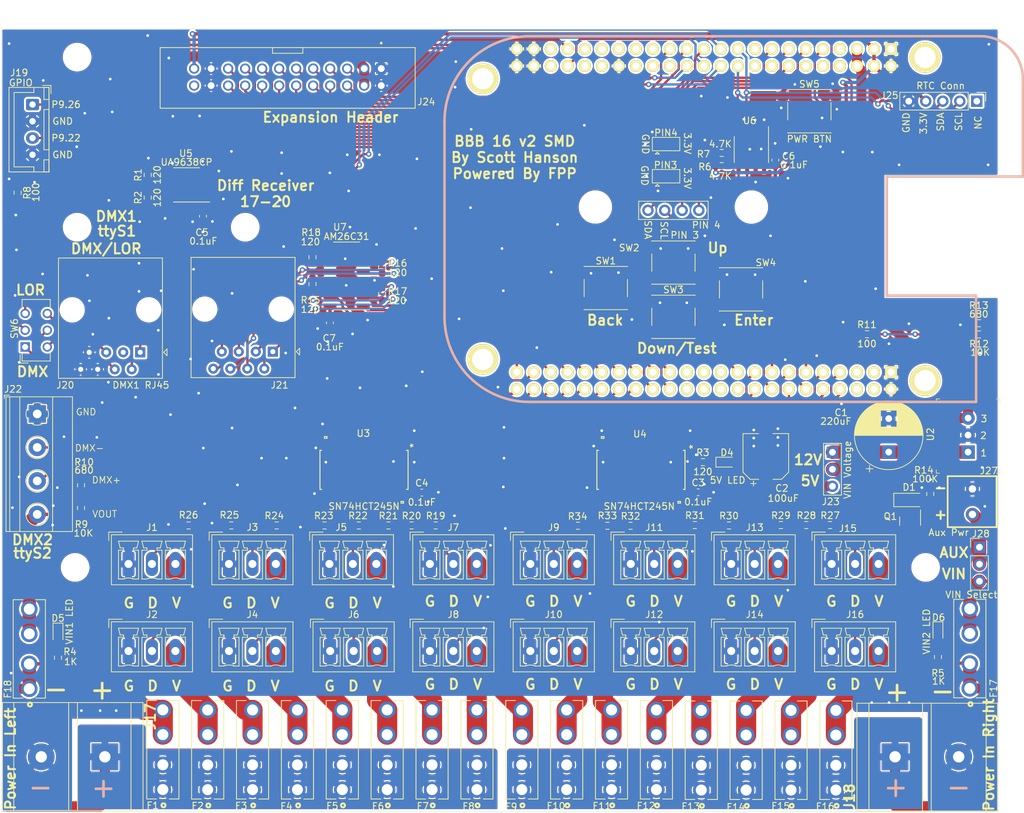
<source format=kicad_pcb>
(kicad_pcb (version 20211014) (generator pcbnew)
  (title_block (title "BBB 16 SMD") (date "2022-02-11") (rev "v2") (company "Scott Hanson"))
  (layers (0 "F.Cu" signal) (31 "B.Cu" signal) (34 "B.Paste" user) (35 "F.Paste" user) (36 "B.SilkS" user "B.Silkscreen") (37 "F.SilkS" user "F.Silkscreen") (38 "B.Mask" user) (39 "F.Mask" user) (44 "Edge.Cuts" user))
  (net 0 "")
  (net 1 "GND")
  (net 2 "+5V")
  (net 3 "/VIN")
  (net 4 "V_DMX")
  (net 5 "VIN1")
  (net 6 "/Output 1-8/VOUT1")
  (net 7 "/Output 1-8/VOUT2")
  (net 8 "/Output 1-8/VOUT3")
  (net 9 "/Output 1-8/VOUT4")
  (net 10 "/Output 1-8/VOUT5")
  (net 11 "/Output 1-8/VOUT6")
  (net 12 "/Output 1-8/VOUT7")
  (net 13 "VIN2")
  (net 14 "/Output 1-8/VOUT8")
  (net 15 "/Output 9-16/VOUT9")
  (net 16 "/Output 9-16/VOUT10")
  (net 17 "/Output 9-16/VOUT11")
  (net 18 "/Output 9-16/VOUT12")
  (net 19 "/Output 9-16/VOUT13")
  (net 20 "/Output 9-16/VOUT14")
  (net 21 "/Output 9-16/VOUT15")
  (net 22 "/Output 9-16/VOUT16")
  (net 23 "/Output 1-8/DOUT1")
  (net 24 "/Output 1-8/DOUT2")
  (net 25 "/Output 1-8/DOUT3")
  (net 26 "/Output 1-8/DOUT4")
  (net 27 "/Output 1-8/DOUT5")
  (net 28 "/Output 1-8/DOUT6")
  (net 29 "/Output 1-8/DOUT7")
  (net 30 "/Output 1-8/DOUT8")
  (net 31 "/Output 9-16/DOUT9")
  (net 32 "/Output 9-16/DOUT10")
  (net 33 "/Output 9-16/DOUT11")
  (net 34 "/Output 9-16/DOUT12")
  (net 35 "/Output 9-16/DOUT13")
  (net 36 "/Output 9-16/DOUT14")
  (net 37 "/Output 9-16/DOUT15")
  (net 38 "/Output 9-16/DOUT16")
  (net 39 "/Serial/9V")
  (net 40 "Net-(R19-Pad1)")
  (net 41 "Net-(R20-Pad1)")
  (net 42 "Net-(R21-Pad1)")
  (net 43 "Net-(R22-Pad1)")
  (net 44 "Net-(R23-Pad1)")
  (net 45 "Net-(R24-Pad1)")
  (net 46 "Net-(R25-Pad1)")
  (net 47 "Net-(R26-Pad1)")
  (net 48 "DATA14")
  (net 49 "DATA12")
  (net 50 "DATA15")
  (net 51 "DATA13")
  (net 52 "DATA11")
  (net 53 "DATA10")
  (net 54 "DATA9")
  (net 55 "DATA1")
  (net 56 "DATA2")
  (net 57 "DATA3")
  (net 58 "DATA4")
  (net 59 "DATA5")
  (net 60 "DATA6")
  (net 61 "DATA7")
  (net 62 "DATA8")
  (net 63 "DATA16")
  (net 64 "/Serial/DMX1-")
  (net 65 "/Serial/DMX1+")
  (net 66 "/Serial/DMX2-")
  (net 67 "/Serial/DMX2+")
  (net 68 "TXD1")
  (net 69 "TXD2")
  (net 70 "+3V3")
  (net 71 "I2C_SDA")
  (net 72 "I2C_SCL")
  (net 73 "OUT32")
  (net 74 "OUT24")
  (net 75 "OUT31")
  (net 76 "OUT23")
  (net 77 "OUT30")
  (net 78 "OUT22")
  (net 79 "OUT21")
  (net 80 "OUT27")
  (net 81 "OUT26")
  (net 82 "OUT25")
  (net 83 "/12V")
  (net 84 "OUT29")
  (net 85 "OUT28")
  (net 86 "VCC")
  (net 87 "Net-(D5-Pad2)")
  (net 88 "Net-(D4-Pad1)")
  (net 89 "Net-(D6-Pad2)")
  (net 90 "GPIO2")
  (net 91 "GPIO1")
  (net 92 "Net-(J20-Pad5)")
  (net 93 "Net-(J20-Pad4)")
  (net 94 "Net-(J20-Pad2)")
  (net 95 "Net-(J20-Pad1)")
  (net 96 "PWR_BUT")
  (net 97 "Net-(D1-Pad2)")
  (net 98 "OUT20-")
  (net 99 "OUT20+")
  (net 100 "OUT18-")
  (net 101 "OUT19+")
  (net 102 "OUT19-")
  (net 103 "OUT18+")
  (net 104 "OUT17-")
  (net 105 "OUT17+")
  (net 118 "/Pin4")
  (net 119 "/Pin3")
  (net 126 "OUT36")
  (net 127 "OUT35")
  (net 128 "OUT34")
  (net 129 "OUT33")
  (net 130 "DATA20")
  (net 134 "DATA19")
  (net 135 "DATA17")
  (net 136 "DATA18")
  (net 138 "LEFT")
  (net 139 "DOWN")
  (net 140 "UP")
  (net 141 "RIGHT")
  (net 142 "VIN_Fuse")
  (net 143 "VIN1_ADC")
  (net 144 "Net-(R11-Pad2)")
  (net 145 "VIN2_ADC")
  (net 146 "Net-(R10-Pad1)")
  (net 157 "Net-(R27-Pad1)")
  (net 158 "Net-(R28-Pad1)")
  (net 159 "Net-(R29-Pad1)")
  (net 160 "Net-(R30-Pad1)")
  (net 161 "Net-(R31-Pad1)")
  (net 162 "Net-(R32-Pad1)")
  (net 163 "Net-(R33-Pad1)")
  (net 164 "Net-(R34-Pad1)")
  (footprint "Capacitor_SMD:C_0603_1608Metric_Pad1.08x0.95mm_HandSolder" (layer "F.Cu") (at 132.892 105.9498)
    (fp_text reference "C4")
    (fp_text value "0.1uF")
  )
  (footprint "Keystone_Fuse:FUSE_3544-2" (layer "F.Cu") (at 74.2826 129.2886 90)
    (fp_text reference "F18")
    (fp_text value "3544-2")
  )
  (footprint "Connector_Phoenix_MC:PhoenixContact_MCV_1,5_3-G-3.5_1x03_P3.50mm_Vertical" (layer "F.Cu") (at 89.1 129.6)
    (fp_text reference "J2")
    (fp_text value "String2")
  )
  (footprint "Connector_Phoenix_MC:PhoenixContact_MCV_1,5_3-G-3.5_1x03_P3.50mm_Vertical" (layer "F.Cu") (at 119.1 116.6)
    (fp_text reference "J5")
    (fp_text value "String5")
  )
  (footprint "Connector_Phoenix_MC:PhoenixContact_MCV_1,5_3-G-3.5_1x03_P3.50mm_Vertical" (layer "F.Cu") (at 119.214342 129.6)
    (fp_text reference "J6")
    (fp_text value "String6")
  )
  (footprint "Connector_Phoenix_MC:PhoenixContact_MCV_1,5_3-G-3.5_1x03_P3.50mm_Vertical" (layer "F.Cu") (at 134.1 116.6)
    (fp_text reference "J7")
    (fp_text value "String7")
  )
  (footprint "Connector_Phoenix_MC:PhoenixContact_MCV_1,5_3-G-3.5_1x03_P3.50mm_Vertical" (layer "F.Cu") (at 134.1 129.6)
    (fp_text reference "J8")
    (fp_text value "String8")
  )
  (footprint "Connector_Phoenix_MC:PhoenixContact_MCV_1,5_3-G-3.5_1x03_P3.50mm_Vertical" (layer "F.Cu") (at 149.1 116.6)
    (fp_text reference "J9")
    (fp_text value "String9")
  )
  (footprint "Connector_Phoenix_MC:PhoenixContact_MCV_1,5_3-G-3.5_1x03_P3.50mm_Vertical" (layer "F.Cu") (at 149.1 129.6)
    (fp_text reference "J10")
    (fp_text value "String10")
  )
  (footprint "Connector_Phoenix_MC:PhoenixContact_MCV_1,5_3-G-3.5_1x03_P3.50mm_Vertical" (layer "F.Cu") (at 164.1 116.6)
    (fp_text reference "J11")
    (fp_text value "String11")
  )
  (footprint "Connector_Phoenix_MC:PhoenixContact_MCV_1,5_3-G-3.5_1x03_P3.50mm_Vertical" (layer "F.Cu") (at 164.1 129.6)
    (fp_text reference "J12")
    (fp_text value "String12")
  )
  (footprint "Connector_Phoenix_MC:PhoenixContact_MCV_1,5_3-G-3.5_1x03_P3.50mm_Vertical" (layer "F.Cu") (at 179.1 116.6)
    (fp_text reference "J13")
    (fp_text value "String13")
  )
  (footprint "Connector_Phoenix_MC:PhoenixContact_MCV_1,5_3-G-3.5_1x03_P3.50mm_Vertical" (layer "F.Cu") (at 179.1 129.6)
    (fp_text reference "J14")
    (fp_text value "String14")
  )
  (footprint "Connector_Phoenix_MC:PhoenixContact_MCV_1,5_3-G-3.5_1x03_P3.50mm_Vertical" (layer "F.Cu") (at 194.1 116.6)
    (fp_text reference "J15")
    (fp_text value "String15")
  )
  (footprint "Connector_Phoenix_MC:PhoenixContact_MCV_1,5_3-G-3.5_1x03_P3.50mm_Vertical" (layer "F.Cu") (at 194.1 129.6)
    (fp_text reference "J16")
    (fp_text value "String16")
  )
  (footprint "Keystone_Fuse:FUSE_3544-2" (layer "F.Cu") (at 94.2226 144.3386 90)
    (fp_text reference "F1")
    (fp_text value "3544-2")
  )
  (footprint "Keystone_Fuse:FUSE_3544-2" (layer "F.Cu") (at 134.425198 144.3486 90)
    (fp_text reference "F7")
    (fp_text value "3544-2")
  )
  (footprint "Keystone_Fuse:FUSE_3544-2" (layer "F.Cu") (at 181.328229 144.4136 90)
    (fp_text reference "F14")
    (fp_text value "3544-2")
  )
  (footprint "Capacitor_SMD:C_0603_1608Metric_Pad1.08x0.95mm_HandSolder" (layer "F.Cu") (at 174.167 105.8998)
    (fp_text reference "C3")
    (fp_text value "0.1uF")
  )
  (footprint "Keystone_Fuse:FUSE_3544-2" (layer "F.Cu") (at 100.923033 144.3536 90)
    (fp_text reference "F2")
    (fp_text value "3544-2")
  )
  (footprint "Keystone_Fuse:FUSE_3544-2" (layer "F.Cu") (at 127.724765 144.3486 90)
    (fp_text reference "F6")
    (fp_text value "3544-2")
  )
  (footprint "Keystone_Fuse:FUSE_3544-2" (layer "F.Cu") (at 141.125631 144.3486 90)
    (fp_text reference "F8")
    (fp_text value "3544-2")
  )
  (footprint "Keystone_Fuse:FUSE_3544-2" (layer "F.Cu") (at 147.826064 144.3486 90)
    (fp_text reference "F9")
    (fp_text value "3544-2")
  )
  (footprint "Keystone_Fuse:FUSE_3544-2" (layer "F.Cu") (at 154.526497 144.3486 90)
    (fp_text reference "F10")
    (fp_text value "3544-2")
  )
  (footprint "Keystone_Fuse:FUSE_3544-2" (layer "F.Cu") (at 194.7291 144.4136 90)
    (fp_text reference "F16")
    (fp_text value "3544-2")
  )
  (footprint "Keystone_Fuse:FUSE_3544-2" (layer "F.Cu") (at 121.024332 144.3486 90)
    (fp_text reference "F5")
    (fp_text value "3544-2")
  )
  (footprint "Keystone_Fuse:FUSE_3544-2" (layer "F.Cu") (at 107.623466 144.3536 90)
    (fp_text reference "F3")
    (fp_text value "3544-2")
  )
  (footprint "Keystone_Fuse:FUSE_3544-2" (layer "F.Cu") (at 174.627796 144.4136 90)
    (fp_text reference "F13")
    (fp_text value "3544-2")
  )
  (footprint "Keystone_Fuse:FUSE_3544-2" (layer "F.Cu") (at 161.22693 144.3486 90)
    (fp_text reference "F11")
    (fp_text value "3544-2")
  )
  (footprint "Keystone_Fuse:FUSE_3544-2" (layer "F.Cu") (at 114.323899 144.3536 90)
    (fp_text reference "F4")
    (fp_text value "3544-2")
  )
  (footprint "Connector_Phoenix_MC:PhoenixContact_MCV_1,5_3-G-3.5_1x03_P3.50mm_Vertical" (layer "F.Cu") (at 89.1 116.6)
    (fp_text reference "J1")
    (fp_text value "String1")
  )
  (footprint "Connector_Phoenix_MC:PhoenixContact_MCV_1,5_3-G-3.5_1x03_P3.50mm_Vertical" (layer "F.Cu") (at 104.1 116.6)
    (fp_text reference "J3")
    (fp_text value "String3")
  )
  (footprint "Connector_Phoenix_MC:PhoenixContact_MCV_1,5_3-G-3.5_1x03_P3.50mm_Vertical" (layer "F.Cu") (at 104.1 129.6)
    (fp_text reference "J4")
    (fp_text value "String4")
  )
  (footprint "Diode_SMD:D_SOD-123" (layer "F.Cu") (at 205.617 107.0498)
    (fp_text reference "D1")
    (fp_text value "Zener 10V")
  )
  (footprint "Resistor_SMD:R_0603_1608Metric_Pad0.98x0.95mm_HandSolder" (layer "F.Cu") (at 91.967 58.4998 90)
    (fp_text reference "R1")
    (fp_text value "120")
  )
  (footprint "Resistor_SMD:R_0603_1608Metric_Pad0.98x0.95mm_HandSolder" (layer "F.Cu") (at 91.967 61.8998 90)
    (fp_text reference "R2")
    (fp_text value "120")
  )
  (footprint "Connector_PinHeader_2.54mm:PinHeader_1x05_P2.54mm_Vertical" (layer "F.Cu") (at 215.767 47.4998 -90)
    (fp_text reference "J25")
    (fp_text value "RTC Conn")
  )
  (footprint "Keystone_Fuse:FUSE_3544-2" (layer "F.Cu") (at 188.028662 144.4136 90)
    (fp_text reference "F15")
    (fp_text value "3544-2")
  )
  (footprint "Keystone_Fuse:FUSE_3544-2" (layer "F.Cu") (at 167.927363 144.3486 90)
    (fp_text reference "F12")
    (fp_text value "3544-2")
  )
  (footprint "MountingHole:MountingHole_3.7mm" (layer "F.Cu") (at 81.4276 66.3186)
    (fp_text reference "H4")
    (fp_text value "MountingHole")
  )
  (footprint "MountingHole:MountingHole_3.7mm" (layer "F.Cu") (at 106.5276 66.3186)
    (fp_text reference "H3")
    (fp_text value "MountingHole")
  )
  (footprint "OLED-SSD1306-128X64-I2C:OLED-SSD1306-128X64-I2C-THT" (layer "F.Cu") (at 170.467 63.7998 180)
    (fp_text reference "J26" hide)
    (fp_text value "OLED")
  )
  (footprint "LED_SMD:LED_0603_1608Metric_Pad1.05x0.95mm_HandSolder" (layer "F.Cu") (at 78.567 127.0998 -90)
    (fp_text reference "D5")
    (fp_text value "VIN1 LED")
  )
  (footprint "LED_SMD:LED_0603_1608Metric_Pad1.05x0.95mm_HandSolder" (layer "F.Cu") (at 209.967 126.8998 -90)
    (fp_text reference "D6")
    (fp_text value "VIN2 LED")
  )
  (footprint "MountingHole:MountingHole_3.7mm" (layer "F.Cu") (at 81.1276 117.1186)
    (fp_text reference "H2")
    (fp_text value "MountingHole")
  )
  (footprint "Resistor_SMD:R_0603_1608Metric_Pad0.98x0.95mm_HandSolder" (layer "F.Cu") (at 78.567 130.5998 -90)
    (fp_text reference "R4")
    (fp_text value "1K")
  )
  (footprint "Resistor_SMD:R_0603_1608Metric_Pad0.98x0.95mm_HandSolder" (layer "F.Cu") (at 209.967 130.4998 -90)
    (fp_text reference "R5")
    (fp_text value "1K")
  )
  (footprint "LED_SMD:LED_0603_1608Metric_Pad1.05x0.95mm_HandSolder" (layer "F.Cu") (at 178.467 101.3998)
    (fp_text reference "D4")
    (fp_text value "5V LED")
  )
  (footprint "Keystone_Fuse:FUSE_3544-2" (layer "F.Cu") (at 214.726 129.2318 90)
    (fp_text reference "F17")
    (fp_text value "3544-2")
  )
  (footprint "Resistor_SMD:R_0603_1608Metric_Pad0.98x0.95mm_HandSolder" (layer "F.Cu") (at 177.677 55.2198 180)
    (fp_text reference "R7")
    (fp_text value "4.7K")
  )
  (footprint "Capacitor_SMD:C_0603_1608Metric_Pad1.08x0.95mm_HandSolder" (layer "F.Cu") (at 100.217 64.6748 -90)
    (fp_text reference "C5")
    (fp_text value "0.1uF")
  )
  (footprint "Button_Switch_SMD:SW_Push_1P1T_NO_6x6mm_H9.5mm" (layer "F.Cu") (at 190.767 48.9998)
    (fp_text reference "SW5")
    (fp_text value "PWR BTN")
  )
  (footprint "SN74HCT245NSR:SN74HCT245NSR" (layer "F.Cu") (at 165.617 102.5498 -90)
    (fp_text reference "U4")
    (fp_text value "SN74HCT245N")
  )
  (footprint "Capacitor_SMD:C_0603_1608Metric_Pad1.08x0.95mm_HandSolder" (layer "F.Cu") (at 185.677 56.2823 90)
    (fp_text reference "C6")
    (fp_text value "0.1uF")
  )
  (footprint "Resistor_SMD:R_0603_1608Metric_Pad0.98x0.95mm_HandSolder" (layer "F.Cu") (at 177.677 57.1998 180)
    (fp_text reference "R6")
    (fp_text value "4.7K")
  )
  (footprint "Package_SO:SOIC-8_3.9x4.9mm_P1.27mm" (layer "F.Cu") (at 182.107 54.7298 -90)
    (fp_text reference "U6")
    (fp_text value "24L256")
  )
  (footprint "SN74HCT245NSR:SN74HCT245NSR" (layer "F.Cu") (at 124.267 102.5498 -90)
    (fp_text reference "U3")
    (fp_text value "SN74HCT245N")
  )
  (footprint "Package_SO:SOIC-8_3.9x4.9mm_P1.27mm" (layer "F.Cu") (at 97.767 59.9998 180)
    (fp_text reference "U5")
    (fp_text value "UA9638CP")
  )
  (footprint "Button_Switch_SMD:SW_Push_1P1T_NO_6x6mm_H9.5mm" (layer "F.Cu") (at 170.467 79.6998)
    (fp_text reference "SW3")
    (fp_text value "Down BTN")
  )
  (footprint "Connector_RJ:RJ45_Amphenol_54602-x08_Horizontal" (layer "F.Cu") (at 90.8495 84.9998 180)
    (fp_text reference "J20")
    (fp_text value "DMX1 RJ45")
  )
  (footprint "Jumper:SolderJumper-3_P1.3mm_Open_Pad1.0x1.5mm" (layer "F.Cu") (at 169.367 53.8998)
    (fp_text reference "PIN4")
    (fp_text value "SolderJumper_3_Open")
  )
  (footprint "Jumper:SolderJumper-3_P1.3mm_Open_Pad1.0x1.5mm" (layer "F.Cu") (at 169.367 58.6998)
    (fp_text reference "PIN3")
    (fp_text value "SolderJumper_3_Open")
  )
  (footprint "Capacitor_SMD:C_0603_1608Metric_Pad1.08x0.95mm_HandSolder" (layer "F.Cu") (at 119.167 80.5998 -90)
    (fp_text reference "C7")
    (fp_text value "0.1uF")
  )
  (footprint "Barrier_Blocks:BARRIER_BLOCK_1ROW_2POS_P9.5MM" (layer "F.Cu") (at 91.267 137.2998 180)
    (fp_text reference "J17")
    (fp_text value "Power In Left")
  )
  (footprint "Barrier_Blocks:BARRIER_BLOCK_1ROW_2POS_P9.5MM" (layer "F.Cu") (at 197.867 153.4998)
    (fp_text reference "J18")
    (fp_text value "Power In Right")
  )
  (footprint "Connector_RJ:RJ45_Amphenol_54602-x08_Horizontal" (layer "F.Cu") (at 110.6495 84.8998 180)
    (fp_text reference "J21")
    (fp_text value "RJ45")
  )
  (footprint "Package_SO:SOIC-16_3.9x9.9mm_P1.27mm" (layer "F.Cu") (at 121.667 73.5998 180)
    (fp_text reference "U7")
    (fp_text value "AM26C31")
  )
  (footprint "302-S241:OST_302-S241" (layer "F.Cu") (at 112.867 43.8998 180)
    (fp_text reference "J24")
    (fp_text value "Expansion Header")
  )
  (footprint "beagleboneblack:BEAGLEBONEBLACK" (layer "F.Cu") (at 179.467 65.0998)
    (fp_text reference "U1" hide)
    (fp_text value "BEAGLEBONEBLACK" hide)
  )
  (footprint "Button_Switch_SMD:SW_Push_1P1T_NO_6x6mm_H9.5mm" (layer "F.Cu") (at 170.467 71.5998)
    (fp_text reference "SW2")
    (fp_text value "Up BTN")
  )
  (footprint "Button_Switch_SMD:SW_Push_1P1T_NO_6x6mm_H9.5mm" (layer "F.Cu") (at 160.367 75.3998)
    (fp_text reference "SW1")
    (fp_text value "Left BTN")
  )
  (footprint "Button_Switch_SMD:SW_Push_1P1T_NO_6x6mm_H9.5mm" (layer "F.Cu") (at 180.567 75.5998)
    (fp_text reference "SW4")
    (fp_text value "Right BTN")
  )
  (footprint "MountingHole:MountingHole_3.7mm" (layer "F.Cu") (at 208.1276 117.1186)
    (fp_text reference "H1")
    (fp_text value "MountingHole")
  )
  (footprint "Connector_PinHeader_2.54mm:PinHeader_1x03_P2.54mm_Vertical" (layer "F.Cu") (at 194.217 99.9248)
    (fp_text reference "J23")
    (fp_text value "VIN Voltage")
  )
  (footprint "OKI-78SR-5:SIP-3_P2.54mm_OKI-78SR-5_1.5-W36-C" (layer "F.Cu") (at 214.467 99.8998 90)
    (fp_text reference "U2")
    (fp_text value "LM7805")
  )
  (footprint "Connector_JST:JST_XH_B4B-XH-A_1x04_P2.50mm_Vertical" (layer "F.Cu") (at 74.767 47.9998 -90)
    (fp_text reference "J19")
    (fp_text value "GPIO")
  )
  (footprint "MKDS1_2-3.81:PHOENIX_MKDS1_2-3.81" (layer "F.Cu") (at 215.067 107.2998 90)
    (fp_text reference "J27")
    (fp_text value "Aux Pwr")
  )
  (footprint "Connector_PinHeader_2.54mm:PinHeader_1x03_P2.54mm_Vertical" (layer "F.Cu") (at 216.167 114.0998)
    (fp_text reference "J28")
    (fp_text value "VIN Select")
  )
  (footprint "TerminalBlock_Phoenix:TerminalBlock_Phoenix_MKDS-1,5-4_1x04_P5.00mm_Horizontal" (layer "F.Cu") (at 75.467 94.1998 -90)
    (fp_text reference "J22")
    (fp_text value "DMX2")
  )
  (footprint "Resistor_SMD:R_0603_1608Metric_Pad0.98x0.95mm_HandSolder" (layer "F.Cu") (at 82.017 108.2498 90)
    (fp_text reference "R9")
    (fp_text value "10K")
  )
  (footprint "Resistor_SMD:R_0603_1608Metric_Pad0.98x0.95mm_HandSolder" (layer "F.Cu") (at 82.017 104.8498 90)
    (fp_text reference "R10")
    (fp_text value "680")
  )
  (footprint "Button_Switch_THT:SW_CuK_JS202011CQN_DPDT_Straight" (layer "F.Cu") (at 73.667 84.1998 90)
    (fp_text reference "SW6")
    (fp_text value "DMX_LOR_Select")
  )
  (footprint "Resistor_SMD:R_0603_1608Metric_Pad0.98x0.95mm_HandSolder" (layer "F.Cu") (at 174.867 101.3998)
    (fp_text reference "R3")
    (fp_text value "120")
  )
  (footprint "Capacitor_SMD:CP_Elec_6.3x5.4_Nichicon" (layer "F.Cu") (at 184.267 100.5498 90)
    (fp_text reference "C2")
    (fp_text value "100uF")
  )
  (footprint "Capacitor_THT:CP_Radial_D10.0mm_P5.00mm" (layer "F.Cu") (at 202.617 99.8998 90)
    (fp_text reference "C1")
    (fp_text value "220uF")
  )
  (footprint "Resistor_SMD:R_0603_1608Metric_Pad0.98x0.95mm_HandSolder" (layer "F.Cu") (at 72.542 61.1748 -90)
    (fp_text reference "R8")
    (fp_text value "100")
  )
  (footprint "Resistor_SMD:R_0603_1608Metric_Pad0.98x0.95mm_HandSolder" (layer "F.Cu") (at 199.367 82.2998)
    (fp_text reference "R11")
    (fp_text value "100")
  )
  (footprint "Resistor_SMD:R_0603_1608Metric_Pad0.98x0.95mm_HandSolder" (layer "F.Cu") (at 216.092 82.3248 180)
    (fp_text reference "R12")
    (fp_text value "10K")
  )
  (footprint "Resistor_SMD:R_0603_1608Metric_Pad0.98x0.95mm_HandSolder" (layer "F.Cu") (at 216.092 80.6498)
    (fp_text reference "R13")
    (fp_text value "680")
  )
  (footprint "MountingHole:MountingHole_3.7mm" (layer "F.Cu") (at 81.4276 40.9186)
    (fp_text reference "H5")
    (fp_text value "MountingHole")
  )
  (footprint "Resistor_SMD:R_0603_1608Metric_Pad0.98x0.95mm_HandSolder" (layer "F.Cu") (at 173.667 110.7998)
    (fp_text reference "R31")
    (fp_text value "33")
  )
  (footprint "Resistor_SMD:R_0603_1608Metric_Pad0.98x0.95mm_HandSolder" (layer "F.Cu") (at 123.492 110.8498 180)
    (fp_text reference "R22")
    (fp_text value "33")
  )
  (footprint "Resistor_SMD:R_0603_1608Metric_Pad0.98x0.95mm_HandSolder" (layer "F.Cu") (at 131.367 110.8498)
    (fp_text reference "R20")
    (fp_text value "33")
  )
  (footprint "Resistor_SMD:R_0603_1608Metric_Pad0.98x0.95mm_HandSolder" (layer "F.Cu") (at 98.067 110.8498 180)
    (fp_text reference "R26")
    (fp_text value "33")
  )
  (footprint "Resistor_SMD:R_0603_1608Metric_Pad0.98x0.95mm_HandSolder" (layer "F.Cu") (at 104.442 110.8498 180)
    (fp_text reference "R25")
    (fp_text value "33")
  )
  (footprint "Package_TO_SOT_SMD:SOT-23" (layer "F.Cu") (at 205.817 110.1998 -90)
    (fp_text reference "Q1")
    (fp_text value "DMP3056L")
  )
  (footprint "Resistor_SMD:R_0603_1608Metric_Pad0.98x0.95mm_HandSolder" (layer "F.Cu") (at 118.367 110.8498 180)
    (fp_text reference "R23")
    (fp_text value "33")
  )
  (footprint "Resistor_SMD:R_0603_1608Metric_Pad0.98x0.95mm_HandSolder" (layer "F.Cu") (at 126.967 76.2998 90)
    (fp_text reference "R17")
    (fp_text value "120")
  )
  (footprint "Resistor_SMD:R_0603_1608Metric_Pad0.98x0.95mm_HandSolder" (layer "F.Cu") (at 160.617 110.8998 180)
    (fp_text reference "R33")
    (fp_text value "33")
  )
  (footprint "Resistor_SMD:R_0603_1608Metric_Pad0.98x0.95mm_HandSolder" (layer "F.Cu") (at 134.967 110.8498)
    (fp_text reference "R19")
    (fp_text value "33")
  )
  (footprint "Resistor_SMD:R_0603_1608Metric_Pad0.98x0.95mm_HandSolder" (layer "F.Cu") (at 126.967 72.2998 90)
    (fp_text reference "R16")
    (fp_text value "120")
  )
  (footprint "Resistor_SMD:R_0603_1608Metric_Pad0.98x0.95mm_HandSolder" (layer "F.Cu") (at 156.217 110.8998 180)
    (fp_text reference "R34")
    (fp_text value "33")
  )
  (footprint "Resistor_SMD:R_0603_1608Metric_Pad0.98x0.95mm_HandSolder" (layer "F.Cu") (at 111.217 110.8498 180)
    (fp_text reference "R24")
    (fp_text value "33")
  )
  (footprint "Resistor_SMD:R_0603_1608Metric_Pad0.98x0.95mm_HandSolder" (layer "F.Cu") (at 164.067 110.8998)
    (fp_text reference "R32")
    (fp_text value "33")
  )
  (footprint "Resistor_SMD:R_0603_1608Metric_Pad0.98x0.95mm_HandSolder" (layer "F.Cu") (at 193.867 110.7998)
    (fp_text reference "R27")
    (fp_text value "33")
  )
  (footprint "Resistor_SMD:R_0603_1608Metric_Pad0.98x0.95mm_HandSolder" (layer "F.Cu") (at 208.817 106.1498 -90)
    (fp_text reference "R14")
    (fp_text value "100K")
  )
  (footprint "Resistor_SMD:R_0603_1608Metric_Pad0.98x0.95mm_HandSolder" (layer "F.Cu") (at 116.567 74.7998 -90)
    (fp_text reference "R15")
    (fp_text value "120")
  )
  (footprint "Resistor_SMD:R_0603_1608Metric_Pad0.98x0.95mm_HandSolder" (layer "F.Cu") (at 190.317 110.7998)
    (fp_text reference "R28")
    (fp_text value "33")
  )
  (footprint "Resistor_SMD:R_0603_1608Metric_Pad0.98x0.95mm_HandSolder" (layer "F.Cu") (at 116.567 70.7998 -90)
    (fp_text reference "R18")
    (fp_text value "120")
  )
  (footprint "Resistor_SMD:R_0603_1608Metric_Pad0.98x0.95mm_HandSolder" (layer "F.Cu") (at 186.517 110.7998)
    (fp_text reference "R29")
    (fp_text value "33")
  )
  (footprint "Resistor_SMD:R_0603_1608Metric_Pad0.98x0.95mm_HandSolder" (layer "F.Cu") (at 178.767 110.8498)
    (fp_text reference "R30")
    (fp_text value "33")
  )
  (footprint "Resistor_SMD:R_0603_1608Metric_Pad0.98x0.95mm_HandSolder" (layer "F.Cu") (at 127.917 110.8498)
    (fp_text reference "R21")
    (fp_text value "33")
  )
  (gr_line (start 218.967 153.5998) (end 218.967 76.7998) (layer "Edge.Cuts") (width 0.05))
  (gr_line (start 70.167 36.6998) (end 70.167 153.6158) (layer "Edge.Cuts") (width 0.05))
  (gr_line (start 218.967 36.6998) (end 70.167 36.6998) (layer "Edge.Cuts") (width 0.05))
  (gr_line (start 218.967 58.5998) (end 218.967 36.6998) (layer "Edge.Cuts") (width 0.05))
  (gr_line (start 202.067 58.5998) (end 202.067 76.7998) (layer "Edge.Cuts") (width 0.05))
  (gr_line (start 202.067 76.7998) (end 218.967 76.7998) (layer "Edge.Cuts") (width 0.05))
  (gr_line (start 218.967 153.5998) (end 70.167 153.6158) (layer "Edge.Cuts") (width 0.05))
  (gr_line (start 218.967 58.5998) (end 202.067 58.5998) (layer "Edge.Cuts") (width 0.05))
  (gr_text "-" (at 75.967 150.2998 180) (layer "B.SilkS") (effects (font (size 3 3) (thickness 0.4)) (justify mirror)))
  (gr_text "+" (at 85.367 150.3998 180) (layer "B.SilkS") (effects (font (size 3 3) (thickness 0.4)) (justify mirror)))
  (gr_text "-" (at 213.067 150.2998 180) (layer "B.SilkS") (effects (font (size 3 3) (thickness 0.4)) (justify mirror)))
  (gr_text "+" (at 203.667 150.2998 180) (layer "B.SilkS") (effects (font (size 3 3) (thickness 0.4)) (justify mirror)))
  (gr_text "G" (at 103.886 134.828) (layer "F.SilkS") (effects (font (size 1.5 1.5) (thickness 0.3))))
  (gr_text "D" (at 122.682 134.828) (layer "F.SilkS") (effects (font (size 1.5 1.5) (thickness 0.3))))
  (gr_text "V" (at 171.196 134.574) (layer "F.SilkS") (effects (font (size 1.5 1.5) (thickness 0.3))))
  (gr_text "D" (at 167.64 134.574) (layer "F.SilkS") (effects (font (size 1.5 1.5) (thickness 0.3))))
  (gr_text "V" (at 186.182 134.574) (layer "F.SilkS") (effects (font (size 1.5 1.5) (thickness 0.3))))
  (gr_text "G" (at 119.126 134.828) (layer "F.SilkS") (effects (font (size 1.5 1.5) (thickness 0.3))))
  (gr_text "G" (at 179.07 134.574) (layer "F.SilkS") (effects (font (size 1.5 1.5) (thickness 0.3))))
  (gr_text "V" (at 201.168 134.574) (layer "F.SilkS") (effects (font (size 1.5 1.5) (thickness 0.3))))
  (gr_text "D" (at 197.612 134.574) (layer "F.SilkS") (effects (font (size 1.5 1.5) (thickness 0.3))))
  (gr_text "G" (at 194.056 134.574) (layer "F.SilkS") (effects (font (size 1.5 1.5) (thickness 0.3))))
  (gr_text "D" (at 137.668 134.574) (layer "F.SilkS") (effects (font (size 1.5 1.5) (thickness 0.3))))
  (gr_text "D" (at 107.442 134.828) (layer "F.SilkS") (effects (font (size 1.5 1.5) (thickness 0.3))))
  (gr_text "D" (at 182.626 134.574) (layer "F.SilkS") (effects (font (size 1.5 1.5) (thickness 0.3))))
  (gr_text "V" (at 96.266 134.828) (layer "F.SilkS") (effects (font (size 1.5 1.5) (thickness 0.3))))
  (gr_text "V" (at 156.21 134.574) (layer "F.SilkS") (effects (font (size 1.5 1.5) (thickness 0.3))))
  (gr_text "G" (at 149.098 134.574) (layer "F.SilkS") (effects (font (size 1.5 1.5) (thickness 0.3))))
  (gr_text "G" (at 134.112 134.574) (layer "F.SilkS") (effects (font (size 1.5 1.5) (thickness 0.3))))
  (gr_text "V" (at 110.998 134.828) (layer "F.SilkS") (effects (font (size 1.5 1.5) (thickness 0.3))))
  (gr_text "G" (at 89.154 134.828) (layer "F.SilkS") (effects (font (size 1.5 1.5) (thickness 0.3))))
  (gr_text "D" (at 92.71 134.828) (layer "F.SilkS") (effects (font (size 1.5 1.5) (thickness 0.3))))
  (gr_text "V" (at 141.224 134.574) (layer "F.SilkS") (effects (font (size 1.5 1.5) (thickness 0.3))))
  (gr_text "V" (at 126.238 134.828) (layer "F.SilkS") (effects (font (size 1.5 1.5) (thickness 0.3))))
  (gr_text "D" (at 152.654 134.574) (layer "F.SilkS") (effects (font (size 1.5 1.5) (thickness 0.3))))
  (gr_text "G" (at 164.084 134.574) (layer "F.SilkS") (effects (font (size 1.5 1.5) (thickness 0.3))))
  (gr_text "D" (at 92.71 122.428) (layer "F.SilkS") (effects (font (size 1.5 1.5) (thickness 0.3))))
  (gr_text "G" (at 89.154 122.428) (layer "F.SilkS") (effects (font (size 1.5 1.5) (thickness 0.3))))
  (gr_text "V" (at 96.266 122.428) (layer "F.SilkS") (effects (font (size 1.5 1.5) (thickness 0.3))))
  (gr_text "DMX-" (at 83.267 99.2998) (layer "F.SilkS") (effects (font (size 0.9906 0.9906) (thickness 0.127))))
  (gr_text "GND" (at 82.767 93.8998) (layer "F.SilkS") (effects (font (size 0.9906 0.9906) (thickness 0.127))))
  (gr_text "BBB 16 v2 SMD\nBy Scott Hanson\nPowered By FPP" (at 146.767 55.8998) (layer "F.SilkS") (effects (font (size 1.5 1.5) (thickness 0.3))))
  (gr_text "3.3V" (at 172.567 58.9998 270) (layer "F.SilkS") (effects (font (size 1 1))))
  (gr_text "SCL" (at 169.067 66.7998 270) (layer "F.SilkS") (effects (font (size 1 1))))
  (gr_text "+" (at 203.867 135.5998) (layer "F.SilkS") (effects (font (size 3 3) (thickness 0.4))))
  (gr_text "SDA" (at 166.667 66.6998 270) (layer "F.SilkS") (effects (font (size 1 1))))
  (gr_text "GND" (at 166.2984 53.8998 270) (layer "F.SilkS") (effects (font (size 1 1))))
  (gr_text "DMX1" (at 87.267 64.6998) (layer "F.SilkS") (effects (font (size 1.5 1.5) (thickness 0.3))))
  (gr_text "DMX/LOR" (at 85.767 69.53738) (layer "F.SilkS") (effects (font (size 1.5 1.5) (thickness 0.3))))
  (gr_text "LOR" (at 74.467 75.6998) (layer "F.SilkS") (effects (font (size 1.5 1.5) (thickness 0.3))))
  (gr_text "DMX" (at 74.767 87.8998) (layer "F.SilkS") (effects (font (size 1.5 1.5) (thickness 0.3))))
  (gr_text "Up" (at 177.067 69.3998) (layer "F.SilkS") (effects (font (size 1.5 1.5) (thickness 0.3))))
  (gr_text "Down/Test" (at 170.967 84.3998) (layer "F.SilkS") (effects (font (size 1.5 1.5) (thickness 0.3))))
  (gr_text "ttyS1" (at 87.367 66.8998) (layer "F.SilkS") (effects (font (size 1.5 1.5) (thickness 0.3))))
  (gr_text "ttyS2" (at 74.767 114.9998) (layer "F.SilkS") (effects (font (size 1.5 1.5) (thickness 0.3))))
  (gr_text "PIN 3" (at 172.167 67.4998) (layer "F.SilkS") (effects (font (size 1 1))))
  (gr_text "PIN 4" (at 175.367 65.9998) (layer "F.SilkS") (effects (font (size 1 1))))
  (gr_text "3.3V" (at 172.567 53.7998 270) (layer "F.SilkS") (effects (font (size 1 1))))
  (gr_text "GND" (at 166.167 58.5998 270) (layer "F.SilkS") (effects (font (size 1 1))))
  (gr_text "12V" (at 190.567 101.0498) (layer "F.SilkS") (effects (font (size 1.5 1.5) (thickness 0.3))))
  (gr_text "1" (at 216.8046 100.0338) (layer "F.SilkS") (effects (font (size 1 1))))
  (gr_text "2" (at 216.7546 97.4338) (layer "F.SilkS") (effects (font (size 1 1))))
  (gr_text "3" (at 216.839 94.9278) (layer "F.SilkS") (effects (font (size 1 1))))
  (gr_text "5V" (at 190.867 104.1998) (layer "F.SilkS") (effects (font (size 1.5 1.5) (thickness 0.3))))
  (gr_text "-" (at 210.367 105.1998) (layer "F.SilkS") (effects (font (size 1.5 1.5) (thickness 0.3))))
  (gr_text "P9.26" (at 79.767 47.9998) (layer "F.SilkS") (effects (font (size 1 1))))
  (gr_text "P9.22" (at 79.767 52.9998) (layer "F.SilkS") (effects (font (size 1 1))))
  (gr_text "Enter" (at 182.467 80.1998) (layer "F.SilkS") (effects (font (size 1.5 1.5) (thickness 0.3))))
  (gr_text "Back" (at 160.267 80.1998) (layer "F.SilkS") (effects (font (size 1.5 1.5) (thickness 0.3))))
  (gr_text "Diff Receiver\n17-20" (at 109.567 61.2998) (layer "F.SilkS") (effects (font (size 1.5 1.5) (thickness 0.3))))
  (gr_text "G" (at 119.126 122.428) (layer "F.SilkS") (effects (font (size 1.5 1.5) (thickness 0.3))))
  (gr_text "D" (at 137.668 122.174) (layer "F.SilkS") (effects (font (size 1.5 1.5) (thickness 0.3))))
  (gr_text "VIN" (at 212.367 118.0998) (layer "F.SilkS") (effects (font (size 1.5 1.5) (thickness 0.3))))
  (gr_text "D" (at 167.64 122.174) (layer "F.SilkS") (effects (font (size 1.5 1.5) (thickness 0.3))))
  (gr_text "V" (at 186.182 122.174) (layer "F.SilkS") (effects (font (size 1.5 1.5) (thickness 0.3))))
  (gr_text "+" (at 210.367 109.1998) (layer "F.SilkS") (effects (font (size 1.5 1.5) (thickness 0.3))))
  (gr_text "G" (at 149.098 122.174) (layer "F.SilkS") (effects (font (size 1.5 1.5) (thickness 0.3))))
  (gr_text "G" (at 134.112 122.174) (layer "F.SilkS") (effects (font (size 1.5 1.5) (thickness 0.3))))
  (gr_text "G" (at 194.056 122.174) (layer "F.SilkS") (effects (font (size 1.5 1.5) (thickness 0.3))))
  (gr_text "D" (at 182.626 122.174) (layer "F.SilkS") (effects (font (size 1.5 1.5) (thickness 0.3))))
  (gr_text "DMX+" (at 85.792 104.0748) (layer "F.SilkS") (effects (font (size 0.9906 0.9906) (thickness 0.127))))
  (gr_text "GND" (at 205.2346 50.7116 90) (layer "F.SilkS") (effects (font (size 1 1))))
  (gr_text "-" (at 210.667 135.4998) (layer "F.SilkS") (effects (font (size 3 3) (thickness 0.4))))
  (gr_text "VOUT" (at 85.542 109.1498) (layer "F.SilkS") (effects (font (size 0.9906 0.9906) (thickness 0.127))))
  (gr_text "-" (at 78.267 135.1998) (layer "F.SilkS") (effects (font (size 3 3) (thickness 0.4))))
  (gr_text "SCL" (at 213.0646 50.568743 90) (layer "F.SilkS") (effects (font (size 1 1))))
  (gr_text "+" (at 85.167 135.2998) (layer "F.SilkS") (effects (font (size 3 3) (thickness 0.4))))
  (gr_text "V" (at 201.168 122.174) (layer "F.SilkS") (effects (font (size 1.5 1.5) (thickness 0.3))))
  (gr_text "D" (at 197.612 122.174) (layer "F.SilkS") (effects (font (size 1.5 1.5) (thickness 0.3))))
  (gr_text "V" (at 126.238 122.428) (layer "F.SilkS") (effects (font (size 1.5 1.5) (thickness 0.3))))
  (gr_text "D" (at 107.442 122.428) (layer "F.SilkS") (effects (font (size 1.5 1.5) (thickness 0.3))))
  (gr_text "V" (at 141.224 122.174) (layer "F.SilkS") (effects (font (size 1.5 1.5) (thickness 0.3))))
  (gr_text "V" (at 110.998 122.428) (layer "F.SilkS") (effects (font (size 1.5 1.5) (thickness 0.3))))
  (gr_text "D" (at 152.654 122.174) (layer "F.SilkS") (effects (font (size 1.5 1.5) (thickness 0.3))))
  (gr_text "GND" (at 79.267 55.4998) (layer "F.SilkS") (effects (font (size 1 1))))
  (gr_text "3.3V" (at 207.8146 50.806838 90) (layer "F.SilkS") (effects (font (size 1 1))))
  (gr_text "D" (at 122.682 122.428) (layer "F.SilkS") (effects (font (size 1.5 1.5) (thickness 0.3))))
  (gr_text "SDA" (at 210.3546 50.592553 90) (layer "F.SilkS") (effects (font (size 1 1))))
  (gr_text "AUX" (at 212.367 114.8998) (layer "F.SilkS") (effects (font (size 1.5 1.5) (thickness 0.3))))
  (gr_text "G" (at 103.886 122.428) (layer "F.SilkS") (effects (font (size 1.5 1.5) (thickness 0.3))))
  (gr_text "G" (at 179.07 122.174) (layer "F.SilkS") (effects (font (size 1.5 1.5) (thickness 0.3))))
  (gr_text "GND" (at 79.267 50.4998) (layer "F.SilkS") (effects (font (size 1 1))))
  (gr_text "NC" (at 215.967 50.6998 90) (layer "F.SilkS") (effects (font (size 1 1))))
  (gr_text "G" (at 164.084 122.174) (layer "F.SilkS") (effects (font (size 1.5 1.5) (thickness 0.3))))
  (gr_text "V" (at 171.196 122.174) (layer "F.SilkS") (effects (font (size 1.5 1.5) (thickness 0.3))))
  (gr_text "V" (at 156.21 122.174) (layer "F.SilkS") (effects (font (size 1.5 1.5) (thickness 0.3))))
  (via (at 158.001 121.0178) (size 0.8) (drill 0.4) (layers "F.Cu" "B.Cu") (net 1))
  (via (at 72.167 76.4998) (size 0.8) (drill 0.4) (layers "F.Cu" "B.Cu") (net 1))
  (via (at 98.651 119.9678) (size 0.8) (drill 0.4) (layers "F.Cu" "B.Cu") (net 1))
  (via (at 161.667 68.1998) (size 0.8) (drill 0.4) (layers "F.Cu" "B.Cu") (net 1))
  (via (at 145.167 100.7998) (size 0.8) (drill 0.4) (layers "F.Cu" "B.Cu") (net 1))
  (via (at 86.667 49.0998) (size 0.8) (drill 0.4) (layers "F.Cu" "B.Cu") (net 1))
  (via (at 125.837 74.2498) (size 0.8) (drill 0.4) (layers "F.Cu" "B.Cu") (net 1))
  (via (at 118.767 88.8998) (size 0.8) (drill 0.4) (layers "F.Cu" "B.Cu") (net 1))
  (via (at 142.151 126.1678) (size 0.8) (drill 0.4) (layers "F.Cu" "B.Cu") (net 1))
  (via (at 90.767 65.4998) (size 0.8) (drill 0.4) (layers "F.Cu" "B.Cu") (net 1))
  (via (at 77.767 110.7998) (size 0.8) (drill 0.4) (layers "F.Cu" "B.Cu") (net 1))
  (via (at 108.967 100.7998) (size 0.8) (drill 0.4) (layers "F.Cu" "B.Cu") (net 1))
  (via (at 194.247 44.8898) (size 0.8) (drill 0.4) (layers "F.Cu" "B.Cu") (net 1))
  (via (at 91.967 37.6998) (size 0.8) (drill 0.4) (layers "F.Cu" "B.Cu") (net 1))
  (via (at 188.597 44.9898) (size 0.8) (drill 0.4) (layers "F.Cu" "B.Cu") (net 1))
  (via (at 184.967 67.5998) (size 0.8) (drill 0.4) (layers "F.Cu" "B.Cu") (net 1))
  (via (at 158.167 73.1998) (size 0.8) (drill 0.4) (layers "F.Cu" "B.Cu") (net 1))
  (via (at 194.867 48.6998) (size 0.8) (drill 0.4) (layers "F.Cu" "B.Cu") (net 1))
  (via (at 104.467 54.9998) (size 0.8) (drill 0.4) (layers "F.Cu" "B.Cu") (net 1))
  (via (at 121.967 60.8998) (size 0.8) (drill 0.4) (layers "F.Cu" "B.Cu") (net 1))
  (via (at 86.367 44.1998) (size 0.8) (drill 0.4) (layers "F.Cu" "B.Cu") (net 1))
  (via (at 162.267 73.0998) (size 0.8) (drill 0.4) (layers "F.Cu" "B.Cu") (net 1))
  (via (at 85.167 92.4998) (size 0.8) (drill 0.4) (layers "F.Cu" "B.Cu") (net 1))
  (via (at 178.067 80.8998) (size 0.8) (drill 0.4) (layers "F.Cu" "B.Cu") (net 1))
  (via (at 71.267 38.8998) (size 0.8) (drill 0.4) (layers "F.Cu" "B.Cu") (net 1))
  (via (at 98.367 85.9998) (size 0.8) (drill 0.4) (layers "F.Cu" "B.Cu") (net 1))
  (via (at 182.747 59.5698) (size 0.8) (drill 0.4) (layers "F.Cu" "B.Cu") (net 1))
  (via (at 122.557 82.2498) (size 0.8) (drill 0.4) (layers "F.Cu" "B.Cu") (net 1))
  (via (at 200.167 55.0998) (size 0.8) (drill 0.4) (layers "F.Cu" "B.Cu") (net 1))
  (via (at 167.307 52.0998) (size 0.8) (drill 0.4) (layers "F.Cu" "B.Cu") (net 1))
  (via (at 213.317 80.8898) (size 0.8) (drill 0.4) (layers "F.Cu" "B.Cu") (net 1))
  (via (at 95.667 56.7498) (size 0.8) (drill 0.4) (layers "F.Cu" "B.Cu") (net 1))
  (via (at 216.967 107.9998) (size 0.8) (drill 0.4) (layers "F.Cu" "B.Cu") (net 1))
  (via (at 157.567 105.1998) (size 0.8) (drill 0.4) (layers "F.Cu" "B.Cu") (net 1))
  (via (at 81.367 54.2998) (size 0.8) (drill 0.4) (layers "F.Cu" "B.Cu") (net 1))
  (via (at 84.367 97.6998) (size 0.8) (drill 0.4) (layers "F.Cu" "B.Cu") (net 1))
  (via (at 143.151 113.8178) (size 0.8) (drill 0.4) (layers "F.Cu" "B.Cu") (net 1))
  (via (at 166.267 53.8998) (size 0.8) (drill 0.4) (layers "F.Cu" "B.Cu") (net 1))
  (via (at 99.717 49.6998) (size 0.8) (drill 0.4) (layers "F.Cu" "B.Cu") (net 1))
  (via (at 202.667 137.2998) (size 0.8) (drill 0.4) (layers "F.Cu" "B.Cu") (net 1))
  (via (at 93.547953 81.704629) (size 0.8) (drill 0.4) (layers "F.Cu" "B.Cu") (net 1))
  (via (at 173.301 114.7178) (size 0.8) (drill 0.4) (layers "F.Cu" "B.Cu") (net 1))
  (via (at 187.137 55.3198) (size 0.8) (drill 0.4) (layers "F.Cu" "B.Cu") (net 1))
  (via (at 90.667 71.6998) (size 0.8) (drill 0.4) (layers "F.Cu" "B.Cu") (net 1))
  (via (at 94.567 64.9998) (size 0.8) (drill 0.4) (layers "F.Cu" "B.Cu") (net 1))
  (via (at 168.351 125.2678) (size 0.8) (drill 0.4) (layers "F.Cu" "B.Cu") (net 1))
  (via (at 131.767 101.3998) (size 0.8) (drill 0.4) (layers "F.Cu" "B.Cu") (net 1))
  (via (at 111.767 62.2498) (size 0.8) (drill 0.4) (layers "F.Cu" "B.Cu") (net 1))
  (via (at 98.817 72.5998) (size 0.8) (drill 0.4) (layers "F.Cu" "B.Cu") (net 1))
  (via (at 116.867 106.0998) (size 0.8) (drill 0.4) (layers "F.Cu" "B.Cu") (net 1))
  (via (at 168.567 69.4998) (size 0.8) (drill 0.4) (layers "F.Cu" "B.Cu") (net 1))
  (via (at 79.467 97.5998) (size 0.8) (drill 0.4) (layers "F.Cu" "B.Cu") (net 1))
  (via (at 140.267 51.6998) (size 0.8) (drill 0.4) (layers "F.Cu" "B.Cu") (net 1))
  (via (at 134.367 73.9998) (size 0.8) (drill 0.4) (layers "F.Cu" "B.Cu") (net 1))
  (via (at 140.167 63.3998) (size 0.8) (drill 0.4) (layers "F.Cu" "B.Cu") (net 1))
  (via (at 100.167 56.4798) (size 0.8) (drill 0.4) (layers "F.Cu" "B.Cu") (net 1))
  (via (at 93.967 75.7998) (size 0.8) (drill 0.4) (layers "F.Cu" "B.Cu") (net 1))
  (via (at 127.251 113.7678) (size 0.8) (drill 0.4) (layers "F.Cu" "B.Cu") (net 1))
  (via (at 183.577 54.6398) (size 0.8) (drill 0.4) (layers "F.Cu" "B.Cu") (net 1))
  (via (at 191.867 85.4998) (size 0.8) (drill 0.4) (layers "F.Cu" "B.Cu") (net 1))
  (via (at 95.117 41.0498) (size 0.8) (drill 0.4) (layers "F.Cu" "B.Cu") (net 1))
  (via (at 192.667 49.9998) (size 0.8) (drill 0.4) (layers "F.Cu" "B.Cu") (net 1))
  (via (at 178.537 46.9498) (size 0.8) (drill 0.4) (layers "F.Cu" "B.Cu") (net 1))
  (via (at 83.267 77.2998) (size 0.8) (drill 0.4) (layers "F.Cu" "B.Cu") (net 1))
  (via (at 71.567 132.8998) (size 0.8) (drill 0.4) (layers "F.Cu" "B.Cu") (net 1))
  (via (at 71.267 59.0998) (size 0.8) (drill 0.4) (layers "F.Cu" "B.Cu") (net 1))
  (via (at 83.767 82.2998) (size 0.8) (drill 0.4) (layers "F.Cu" "B.Cu") (net 1))
  (via (at 121.607 74.9998) (size 0.8) (drill 0.4) (layers "F.Cu" "B.Cu") (net 1))
  (via (at 112.567 85.0998) (size 0.8) (drill 0.4) (layers "F.Cu" "B.Cu") (net 1))
  (via (at 175.067 104.6998) (size 0.8) (drill 0.4) (layers "F.Cu" "B.Cu") (net 1))
  (via (at 217.467 56.9998) (size 0.8) (drill 0.4) (layers "F.Cu" "B.Cu") (net 1))
  (via (at 76.267 73.2998) (size 0.8) (drill 0.4) (layers "F.Cu" "B.Cu") (net 1))
  (via (at 86.167 62.2998) (size 0.8) (drill 0.4) (layers "F.Cu" "B.Cu") (net 1))
  (via (at 176.467 105.8998) (size 0.8) (drill 0.4) (layers "F.Cu" "B.Cu") (net 1))
  (via (at 138.467 79.9998) (size 0.8) (drill 0.4) (layers "F.Cu" "B.Cu") (net 1))
  (via (at 186.067 98.8998) (size 0.8) (drill 0.4) (layers "F.Cu" "B.Cu") (net 1))
  (via (at 113.967 93.2998) (size 0.8) (drill 0.4) (layers "F.Cu" "B.Cu") (net 1))
  (via (at 72.767 103.5998) (size 0.8) (drill 0.4) (layers "F.Cu" "B.Cu") (net 1))
  (via (at 93.567 88.2998) (size 0.8) (drill 0.4) (layers "F.Cu" "B.Cu") (net 1))
  (via (at 118.847 83.4098) (size 0.8) (drill 0.4) (layers "F.Cu" "B.Cu") (net 1))
  (via (at 137.967 41.5998) (size 0.8) (drill 0.4) (layers "F.Cu" "B.Cu") (net 1))
  (via (at 182.467 96.5998) (size 0.8) (drill 0.4) (layers "F.Cu" "B.Cu") (net 1))
  (via (at 145.567 58.0998) (size 0.8) (drill 0.4) (layers "F.Cu" "B.Cu") (net 1))
  (via (at 168.167 60.8898) (size 0.8) (drill 0.4) (layers "F.Cu" "B.Cu") (net 1))
  (via (at 111.967 55.1998) (size 0.8) (drill 0.4) (layers "F.Cu" "B.Cu") (net 1))
  (via (at 159.767 96.6998) (size 0.8) (drill 0.4) (layers "F.Cu" "B.Cu") (net 1))
  (via (at 208.867 103.9998) (size 0.8) (drill 0.4) (layers "F.Cu" "B.Cu") (net 1))
  (via (at 168.467 77.5998) (size 0.8) (drill 0.4) (layers "F.Cu" "B.Cu") (net 1))
  (via (at 121.767 55.4998) (size 0.8) (drill 0.4) (layers "F.Cu" "B.Cu") (net 1))
  (via (at 90.667 75.8998) (size 0.8) (drill 0.4) (layers "F.Cu" "B.Cu") (net 1))
  (via (at 187.551 120.5178) (size 0.8) (drill 0.4) (layers "F.Cu" "B.Cu") (net 1))
  (via (at 100.267 99.2998) (size 0.8) (drill 0.4) (layers "F.Cu" "B.Cu") (net 1))
  (via (at 128.667 101.2998) (size 0.8) (drill 0.4) (layers "F.Cu" "B.Cu") (net 1))
  (via (at 87.267 138.4998) (size 0.8) (drill 0.4) (layers "F.Cu" "B.Cu") (net 1))
  (via (at 186.067 97.6998) (size 0.8) (drill 0.4) (layers "F.Cu" "B.Cu") (net 1))
  (via (at 172.667 69.4998) (size 0.8) (drill 0.4) (layers "F.Cu" "B.Cu") (net 1))
  (via (at 195.767 55.0898) (size 0.8) (drill 0.4) (layers "F.Cu" "B.Cu") (net 1))
  (via (at 86.09394 89.4586) (size 0.8) (drill 0.4) (layers "F.Cu" "B.Cu") (net 1))
  (via (at 98.667 65.4998) (size 0.8) (drill 0.4) (layers "F.Cu" "B.Cu") (net 1))
  (via (at 130.567 89.9998) (size 0.8) (drill 0.4) (layers "F.Cu" "B.Cu") (net 1))
  (via (at 72.267 64.4998) (size 0.8) (drill 0.4) (layers "F.Cu" "B.Cu") (net 1))
  (via (at 173.867 100.2998) (size 0.8) (drill 0.4) (layers "F.Cu" "B.Cu") (net 1))
  (via (at 77.867 107.8998) (size 0.8) (drill 0.4) (layers "F.Cu" "B.Cu") (net 1))
  (via (at 117.067 99.2698) (size 0.8) (drill 0.4) (layers "F.Cu" "B.Cu") (net 1))
  (via (at 150.067 84.2998) (size 0.8) (drill 0.4) (layers "F.Cu" "B.Cu") (net 1))
  (via (at 142.751 121.5178) (size 0.8) (drill 0.4) (layers "F.Cu" "B.Cu") (net 1))
  (via (at 153.167 65.8998) (size 0.8) (drill 0.4) (layers "F.Cu" "B.Cu") (net 1))
  (via (at 217.567 38.9998) (size 0.8) (drill 0.4) (layers "F.Cu" "B.Cu") (net 1))
  (via (at 182.667 73.3998) (size 0.8) (drill 0.4) (layers "F.Cu" "B.Cu") (net 1))
  (via (at 72.767 86.4998) (size 0.8) (drill 0.4) (layers "F.Cu" "B.Cu") (net 1))
  (via (at 186.567 48.4998) (size 0.8) (drill 0.4) (layers "F.Cu" "B.Cu") (net 1))
  (via (at 112.267 69.1998) (size 0.8) (drill 0.4) (layers "F.Cu" "B.Cu") (net 1))
  (via (at 187.567 58.9998) (size 0.8) (drill 0.4) (layers "F.Cu" "B.Cu") (net 1))
  (via (at 114.767 111.0998) (size 0.8) (drill 0.4) (layers "F.Cu" "B.Cu") (net 1))
  (via (at 205.667 137.2998) (size 0.8) (drill 0.4) (layers "F.Cu" "B.Cu") (net 1))
  (via (at 145.067 75.7998) (size 0.8) (drill 0.4) (layers "F.Cu" "B.Cu") (net 1))
  (via (at 75.067 59.5998) (size 0.8) (drill 0.4) (layers "F.Cu" "B.Cu") (net 1))
  (via (at 184.017 50.2698) (size 0.8) (drill 0.4) (layers "F.Cu" "B.Cu") (net 1))
  (via (at 190.167 74.3998) (size 0.8) (drill 0.4) (layers "F.Cu" "B.Cu") (net 1))
  (via (at 137.867 45.3998) (size 0.8) (drill 0.4) (layers "F.Cu" "B.Cu") (net 1))
  (via (at 95.717 49.7498) (size 0.8) (drill 0.4) (layers "F.Cu" "B.Cu") (net 1))
  (via (at 144.867 69.4998) (size 0.8) (drill 0.4) (layers "F.Cu" "B.Cu") (net 1))
  (via (at 159.967 101.3998) (size 0.8) (drill 0.4) (layers "F.Cu" "B.Cu") (net 1))
  (via (at 76.367 44.3998) (size 0.8) (drill 0.4) (layers "F.Cu" "B.Cu") (net 1))
  (via (at 181.877 54.6798) (size 0.8) (drill 0.4) (layers "F.Cu" "B.Cu") (net 1))
  (via (at 178.467 73.3998) (size 0.8) (drill 0.4) (layers "F.Cu" "B.Cu") (net 1))
  (via (at 117.347 81.4498) (size 0.8) (drill 0.4) (layers "F.Cu" "B.Cu") (net 1))
  (via (at 124.807 80.1798) (size 0.8) (drill 0.4) (layers "F.Cu" "B.Cu") (net 1))
  (via (at 118.067 95.6998) (size 0.8) (drill 0.4) (layers "F.Cu" "B.Cu") (net 1))
  (via (at 128.651 119.9678) (size 0.8) (drill 0.4) (layers "F.Cu" "B.Cu") (net 1))
  (via (at 200.067 137.2998) (size 0.8) (drill 0.4) (layers "F.Cu" "B.Cu") (net 1))
  (via (at 99.567 91.0998) (size 0.8) (drill 0.4) (layers "F.Cu" "B.Cu") (net 1))
  (via (at 135.367 105.8998) (size 0.8) (drill 0.4) (layers "F.Cu" "B.Cu") (net 1))
  (via (at 182.667 50.3098) (size 0.8) (drill 0.4) (layers "F.Cu" "B.Cu") (net 1))
  (via (at 82.967 73.4998) (size 0.8) (drill 0.4) (layers "F.Cu" "B.Cu") (net 1))
  (via (at 186.067 96.3998) (size 0.8) (drill 0.4) (layers "F.Cu" "B.Cu") (net 1))
  (via (at 164.267 80.0998) (size 0.8) (drill 0.4) (layers "F.Cu" "B.Cu") (net 1))
  (via (at 172.967 96.6998) (size 0.8) (drill 0.4) (layers "F.Cu" "B.Cu") (net 1))
  (via (at 102.587 57.9298) (size 0.8) (drill 0.4) (layers "F.Cu" "B.Cu") (net 1))
  (via (at 202.657 83.7198) (size 0.8) (drill 0.4) (layers "F.Cu" "B.Cu") (net 1))
  (via (at 205.637 80.7298) (size 0.8) (drill 0.4) (layers "F.Cu" "B.Cu") (net 1))
  (via (at 170.067 101.3998) (size 0.8) (drill 0.4) (layers "F.Cu" "B.Cu") (net 1))
  (via (at 82.067 138.4998) (size 0.8) (drill 0.4) (layers "F.Cu" "B.Cu") (net 1))
  (via (at 101.627 65.4598) (size 0.8) (drill 0.4) (layers "F.Cu" "B.Cu") (net 1))
  (via (at 207.567 105.1998) (size 0.8) (drill 0.4) (layers "F.Cu" "B.Cu") (net 1))
  (via (at 95.067 110.6998) (size 0.8) (drill 0.4) (layers "F.Cu" "B.Cu") (net 1))
  (via (at 172.467 77.5998) (size 0.8) (drill 0.4) (layers "F.Cu" "B.Cu") (net 1))
  (via (at 71.767 108.1998) (size 0.8) (drill 0.4) (layers "F.Cu" "B.Cu") (net 1))
  (via (at 126.137 68.8898) (size 0.8) (drill 0.4) (layers "F.Cu" "B.Cu") (net 1))
  (via (at 216.567 102.1998) (size 0.8) (drill 0.4) (layers "F.Cu" "B.Cu") (net 1))
  (via (at 78.467 105.1998) (size 0.8) (drill 0.4) (layers "F.Cu" "B.Cu") (net 1))
  (via (at 166.477 58.6998) (size 0.8) (drill 0.4) (layers "F.Cu" "B.Cu") (net 1))
  (via (at 157.167 51.0998) (size 0.8) (drill 0.4) (layers "F.Cu" "B.Cu") (net 1))
  (via (at 216.267 85.0998) (size 0.8) (drill 0.4) (layers "F.Cu" "B.Cu") (net 1))
  (via (at 152.217 73.0298) (size 0.8) (drill 0.4) (layers "F.Cu" "B.Cu") (net 1))
  (via (at 131.767 96.6998) (size 0.8) (drill 0.4) (layers "F.Cu" "B.Cu") (net 1))
  (via (at 122.167 66.2998) (size 0.8) (drill 0.4) (layers "F.Cu" "B.Cu") (net 1))
  (via (at 145.167 96.1998) (size 0.8) (drill 0.4) (layers "F.Cu" "B.Cu") (net 1))
  (via (at 145.067 105.0998) (size 0.8) (drill 0.4) (layers "F.Cu" "B.Cu") (net 1))
  (via (at 101.567 110.4998) (size 0.8) (drill 0.4) (layers "F.Cu" "B.Cu") (net 1))
  (via (at 118.567 101.3998) (size 0.8) (drill 0.4) (layers "F.Cu" "B.Cu") (net 1))
  (via (at 192.417 54.2798) (size 0.8) (drill 0.4) (layers "F.Cu" "B.Cu") (net 1))
  (via (at 100.467 107.5998) (size 0.8) (drill 0.4) (layers "F.Cu" "B.Cu") (net 1))
  (via (at 103.267 62.0998) (size 0.8) (drill 0.4) (layers "F.Cu" "B.Cu") (net 1))
  (via (at 172.567 101.2998) (size 0.8) (drill 0.4) (layers "F.Cu" "B.Cu") (net 1))
  (via (at 132.967 87.8998) (size 0.8) (drill 0.4) (layers "F.Cu" "B.Cu") (net 1))
  (via (at 195.807 80.4998) (size 0.8) (drill 0.4) (layers "F.Cu" "B.Cu") (net 1))
  (via (at 72.367 69.6998) (size 0.8) (drill 0.4) (layers "F.Cu" "B.Cu") (net 1))
  (via (at 158.567 98.9998) (size 0.8) (drill 0.4) (layers "F.Cu" "B.Cu") (net 1))
  (via (at 175.167 67.5998) (size 0.8) (drill 0.4) (layers "F.Cu" "B.Cu") (net 1))
  (via (at 182.467 97.7998) (size 0.8) (drill 0.4) (layers "F.Cu" "B.Cu") (net 1))
  (via (at 175.167 53.2998) (size 0.8) (drill 0.4) (layers "F.Cu" "B.Cu") (net 1))
  (via (at 131.967 66.4998) (size 0.8) (drill 0.4) (layers "F.Cu" "B.Cu") (net 1))
  (via (at 130.467 77.1998) (size 0.8) (drill 0.4) (layers "F.Cu" "B.Cu") (net 1))
  (via (at 182.467 98.9998) (size 0.8) (drill 0.4) (layers "F.Cu" "B.Cu") (net 1))
  (via (at 145.367 111.2998) (size 0.8) (drill 0.4) (layers "F.Cu" "B.Cu") (net 1))
  (via (at 204.167 56.9998) (size 0.8) (drill 0.4) (layers "F.Cu" "B.Cu") (net 1))
  (via (at 119.167 58.1998) (size 0.8) (drill 0.4) (layers "F.Cu" "B.Cu") (net 1))
  (via (at 104.567 96.2998) (size 0.8) (drill 0.4) (layers "F.Cu" "B.Cu") (net 1))
  (via (at 101.567 83.2998) (size 0.8) (drill 0.4) (layers "F.Cu" "B.Cu") (net 1))
  (via (at 86.167 79.8998) (size 0.8) (drill 0.4) (layers "F.Cu" "B.Cu") (net 1))
  (via (at 123.667 90.2998) (size 0.8) (drill 0.4) (layers "F.Cu" "B.Cu") (net 1))
  (via (at 98.451 114.4178) (size 0.8) (drill 0.4) (layers "F.Cu" "B.Cu") (net 1))
  (via (at 105.367 104.7998) (size 0.8) (drill 0.4) (layers "F.Cu" "B.Cu") (net 1))
  (via (at 200.667 75.4998) (size 0.8) (drill 0.4) (layers "F.Cu" "B.Cu") (net 1))
  (via (at 111.967 58.2998) (size 0.8) (drill 0.4) (layers "F.Cu" "B.Cu") (net 1))
  (via (at 100.197 67.0298) (size 0.8) (drill 0.4) (layers "F.Cu" "B.Cu") (net 1))
  (via (at 92.067 55.9998) (size 0.8) (drill 0.4) (layers "F.Cu" "B.Cu") (net 1))
  (via (at 210.167 105.1998) (size 0.8) (drill 0.4) (layers "F.Cu" "B.Cu") (net 1))
  (via (at 126.567 55.4998) (size 0.8) (drill 0.4) (layers "F.Cu" "B.Cu") (net 1))
  (via (at 95.367 94.2998) (size 0.8) (drill 0.4) (layers "F.Cu" "B.Cu") (net 1))
  (via (at 180.987 50.1998) (size 0.8) (drill 0.4) (layers "F.Cu" "B.Cu") (net 1))
  (via (at 112.667 100.7998) (size 0.8) (drill 0.4) (layers "F.Cu" "B.Cu") (net 1))
  (via (at 187.167 86.0998) (size 0.8) (drill 0.4) (layers "F.Cu" "B.Cu") (net 1))
  (via (at 104.567 76.1998) (size 0.8) (drill 0.4) (layers "F.Cu" "B.Cu") (net 1))
  (via (at 84.867 138.4998) (size 0.8) (drill 0.4) (layers "F.Cu" "B.Cu") (net 1))
  (via (at 144.267 90.1998) (size 0.8) (drill 0.4) (layers "F.Cu" "B.Cu") (net 1))
  (via (at 174.637 46.7398) (size 0.8) (drill 0.4) (layers "F.Cu" "B.Cu") (net 1))
  (via (at 176.067 61.8998) (size 0.8) (drill 0.4) (layers "F.Cu" "B.Cu") (net 1))
  (via (at 133.867 107.2998) (size 0.8) (drill 0.4) (layers "F.Cu" "B.Cu") (net 1))
  (via (at 132.167 56.0998) (size 0.8) (drill 0.4) (layers "F.Cu" "B.Cu") (net 1))
  (via (at 195.567 92.6998) (size 0.8) (drill 0.4) (layers "F.Cu" "B.Cu") (net 1))
  (via (at 90.167 91.6998) (size 0.8) (drill 0.4) (layers "F.Cu" "B.Cu") (net 1))
  (via (at 185.657 53.7998) (size 0.8) (drill 0.4) (layers "F.Cu" "B.Cu") (net 1))
  (via (at 121.457 71.0198) (size 0.8) (drill 0.4) (layers "F.Cu" "B.Cu") (net 1))
  (via (at 137.767 109.3998) (size 0.8) (drill 0.4) (layers "F.Cu" "B.Cu") (net 1))
  (via (at 82.567 49.2998) (size 0.8) (drill 0.4) (layers "F.Cu" "B.Cu") (net 1))
  (segment (start 129.982 102.8898) (end 130.342 103.2498) (width 0.5) (layer "F.Cu") (net 2))
  (segment (start 173.3045 105.8998) (end 171.3602 105.8998) (width 0.5) (layer "F.Cu") (net 2))
  (segment (start 96.817 47.5498) (end 96.817 41.5498) (width 1.5) (layer "F.Cu") (net 2))
  (segment (start 97.892009 63.774791) (end 96.467 65.1998) (width 1.5) (layer "F.Cu") (net 2))
  (segment (start 96.467 65.1998) (end 96.467 92.017802) (width 1.5) (layer "F.Cu") (net 2))
  (segment (start 97.817 48.5498) (end 96.817 47.5498) (width 1.5) (layer "F.Cu") (net 2))
  (segment (start 97.817 48.5498) (end 97.892009 48.624809) (width 1.5) (layer "F.Cu") (net 2))
  (segment (start 190.117 97.3998) (end 184.267 103.2498) (width 1.5) (layer "F.Cu") (net 2))
  (segment (start 171.467 103.2498) (end 132.417 103.2498) (width 1.5) (layer "F.Cu") (net 2))
  (segment (start 209.547 94.8198) (end 206.967 97.3998) (width 1.5) (layer "F.Cu") (net 2))
  (segment (start 210.667 84.7998) (end 206.692 84.7998) (width 1.5) (layer "F.Cu") (net 2))
  (segment (start 119.7045 79.7373) (end 120.867 80.8998) (width 0.5) (layer "F.Cu") (net 2))
  (segment (start 97.917 48.6498) (end 97.817 48.5498) (width 1.5) (layer "F.Cu") (net 2))
  (segment (start 179.417 101.4748) (end 179.417 103.2498) (width 0.5) (layer "F.Cu") (net 2))
  (segment (start 194.217 105.0048) (end 186.022 105.0048) (width 1.5) (layer "F.Cu") (net 2))
  (segment (start 119.192 78.0448) (end 119.192 79.7123) (width 0.5) (layer "F.Cu") (net 2))
  (segment (start 197.882 39.6998) (end 197.882 42.2398) (width 1.5) (layer "F.Cu") (net 2))
  (segment (start 122.628201 40.814799) (end 124.297 42.483598) (width 1.5) (layer "F.Cu") (net 2))
  (segment (start 206.967 97.3998) (end 190.117 97.3998) (width 1.5) (layer "F.Cu") (net 2))
  (segment (start 100.217 63.8123) (end 100.217 61.9298) (width 0.5) (layer "F.Cu") (net 2))
  (segment (start 96.467 92.017802) (end 107.698998 103.2498) (width 1.5) (layer "F.Cu") (net 2))
  (segment (start 198.541989 42.899789) (end 197.882 42.2398) (width 1.5) (layer "F.Cu") (net 2))
  (segment (start 214.467 94.8198) (end 209.547 94.8198) (width 1.5) (layer "F.Cu") (net 2))
  (segment (start 198.541989 76.649789) (end 198.541989 42.899789) (width 1.5) (layer "F.Cu") (net 2))
  (segment (start 100.217 63.8123) (end 97.929518 63.8123) (width 0.5) (layer "F.Cu") (net 2))
  (segment (start 132.0295 103.6373) (end 132.417 103.2498) (width 0.5) (layer "F.Cu") (net 2))
  (segment (start 130.342 103.2498) (end 114.692 103.2498) (width 1.5) (layer "F.Cu") (net 2))
  (segment (start 186.022 105.0048) (end 184.267 103.2498) (width 1.5) (layer "F.Cu") (net 2))
  (segment (start 173.767 103.2498) (end 171.467 103.2498) (width 1.5) (layer "F.Cu") (net 2))
  (segment (start 214.467 94.8198) (end 214.467 88.5998) (width 1.5) (layer "F.Cu") (net 2))
  (segment (start 179.342 101.3998) (end 179.417 101.4748) (width 0.5) (layer "F.Cu") (net 2))
  (segment (start 96.817 41.5498) (end 97.552001 40.814799) (width 1.5) (layer "F.Cu") (net 2))
  (segment (start 97.929518 63.8123) (end 97.892009 63.774791) (width 0.5) (layer "F.Cu") (net 2))
  (segment (start 173.3045 103.7123) (end 173.767 103.2498) (width 0.5) (layer "F.Cu") (net 2))
  (segment (start 132.417 103.2498) (end 130.342 103.2498) (width 1.5) (layer "F.Cu") (net 2))
  (segment (start 130.0038 105.9498) (end 129.982 105.928) (width 0.5) (layer "F.Cu") (net 2))
  (segment (start 115.067 94.8998) (end 115.067 103.2998) (width 0.5) (layer "F.Cu") (net 2))
  (segment (start 115.067 103.2998) (end 114.967 103.3998) (width 0.5) (layer "F.Cu") (net 2))
  (segment (start 119.192 79.7123) (end 119.167 79.7373) (width 0.5) (layer "F.Cu") (net 2))
  (segment (start 171.3602 105.8998) (end 171.332 105.928) (width 0.5) (layer "F.Cu") (net 2))
  (segment (start 119.167 79.7373) (end 119.7045 79.7373) (width 0.5) (layer "F.Cu") (net 2))
  (segment (start 173.3045 105.8998) (end 173.3045 103.7123) (width 0.5) (layer "F.Cu") (net 2))
  (segment (start 107.698998 103.2498) (end 114.692 103.2498) (width 1.5) (layer "F.Cu") (net 2))
  (segment (start 171.332 99.1716) (end 171.332 103.1148) (width 0.5) (layer "F.Cu") (net 2))
  (segment (start 129.982 99.1716) (end 129.982 102.8898) (width 0.5) (layer "F.Cu") (net 2))
  (segment (start 132.0295 105.9498) (end 130.0038 105.9498) (width 0.5) (layer "F.Cu") (net 2))
  (segment (start 120.867 89.0998) (end 115.067 94.8998) (width 0.5) (layer "F.Cu") (net 2))
  (segment (start 100.217 61.9298) (end 100.242 61.9048) (width 0.5) (layer "F.Cu") (net 2))
  (segment (start 132.0295 105.9498) (end 132.0295 103.6373) (width 0.5) (layer "F.Cu") (net 2))
  (segment (start 124.297 45.1698) (end 124.297 42.6298) (width 1.5) (layer "F.Cu") (net 2))
  (segment (start 124.297 42.483598) (end 124.297 42.6298) (width 1.5) (layer "F.Cu") (net 2))
  (segment (start 179.417 103.2498) (end 173.767 103.2498) (width 1.5) (layer "F.Cu") (net 2))
  (segment (start 171.332 103.1148) (end 171.467 103.2498) (width 0.5) (layer "F.Cu") (net 2))
  (segment (start 184.267 103.2498) (end 179.417 103.2498) (width 1.5) (layer "F.Cu") (net 2))
  (segment (start 214.467 88.5998) (end 210.667 84.7998) (width 1.5) (layer "F.Cu") (net 2))
  (segment (start 120.867 80.8998) (end 120.867 89.0998) (width 0.5) (layer "F.Cu") (net 2))
  (segment (start 97.892009 48.624809) (end 97.892009 63.774791) (width 1.5) (layer "F.Cu") (net 2))
  (segment (start 206.692 84.7998) (end 198.541989 76.649789) (width 1.5) (layer "F.Cu") (net 2))
  (segment (start 97.552001 40.814799) (end 122.628201 40.814799) (width 1.5) (layer "F.Cu") (net 2))
  (segment (start 216.167 114.0998) (end 213.867 114.0998) (width 2) (layer "F.Cu") (net 3))
  (segment (start 213.867 114.0998) (end 211.367 111.5998) (width 2) (layer "F.Cu") (net 3))
  (segment (start 206.2795 111.5998) (end 205.959795 111.280095) (width 2) (layer "F.Cu") (net 3))
  (segment (start 216.167 110.254901) (end 215.117459 109.20536) (width 2) (layer "F.Cu") (net 3))
  (segment (start 216.167 114.0998) (end 216.167 110.254901) (width 2) (layer "F.Cu") (net 3))
  (segment (start 211.367 111.5998) (end 206.2795 111.5998) (width 2) (layer "F.Cu") (net 3))
  (segment (start 216.167 116.6398) (end 216.167 114.0998) (width 2) (layer "F.Cu") (net 3))
  (segment (start 74.2826 110.3842) (end 75.467 109.1998) (width 2) (layer "F.Cu") (net 4))
  (segment (start 81.9795 109.1998) (end 82.017 109.1623) (width 0.5) (layer "F.Cu") (net 4))
  (segment (start 74.2826 123.3386) (end 74.2826 127.0386) (width 2) (layer "F.Cu") (net 4))
  (segment (start 74.2826 123.3386) (end 74.2826 110.3842) (width 2) (layer "F.Cu") (net 4))
  (segment (start 75.467 109.1998) (end 81.9795 109.1998) (width 0.5) (layer "F.Cu") (net 4))
  (segment (start 78.567 131.5123) (end 74.3089 131.5123) (width 0.5) (layer "F.Cu") (net 5))
  (segment (start 85.567 152.0998) (end 84.877591 152.789209) (width 1.5) (layer "F.Cu") (net 5))
  (segment (start 74.3089 131.5123) (end 74.2826 131.5386) (width 0.5) (layer "F.Cu") (net 5))
  (segment (start 74.2826 131.5386) (end 74.2826 135.2386) (width 2) (layer "F.Cu") (net 5))
  (segment (start 85.567 145.3998) (end 85.567 152.0998) (width 1.5) (layer "F.Cu") (net 5))
  (segment (start 84.877591 152.789209) (end 70.99201 152.790702) (width 1.5) (layer "F.Cu") (net 5))
  (segment (start 70.99201 135.2386) (end 74.2826 135.2386) (width 1.5) (layer "F.Cu") (net 5))
  (segment (start 74.4526 135.4086) (end 74.2826 135.2386) (width 2) (layer "F.Cu") (net 5))
  (segment (start 70.99201 152.790702) (end 70.99201 135.2386) (width 1.5) (layer "F.Cu") (net 5))
  (segment (start 88.1 122.6) (end 85.46 125.24) (width 2.999999) (layer "F.Cu") (net 6))
  (segment (start 92.949 122.6) (end 96.1 119.449) (width 3) (layer "F.Cu") (net 6))
  (segment (start 96.1 119.449) (end 96.1 116.6) (width 3) (layer "F.Cu") (net 6))
  (segment (start 91.3792 138.3886) (end 94.2226 138.3886) (width 3) (layer "F.Cu") (net 6))
  (segment (start 94.2226 138.3886) (end 94.2226 142.0886) (width 3) (layer "F.Cu") (net 6))
  (segment (start 88.1 122.6) (end 92.949 122.6) (width 3) (layer "F.Cu") (net 6))
  (segment (start 85.46 125.24) (end 85.46 132.4694) (width 3) (layer "F.Cu") (net 6))
  (segment (start 85.46 132.4694) (end 91.3792 138.3886) (width 3) (layer "F.Cu") (net 6))
  (segment (start 100.923033 138.355833) (end 96.1 133.5328) (width 3) (layer "F.Cu") (net 7))
  (segment (start 100.923033 138.4036) (end 100.923033 138.355833) (width 3) (layer "F.Cu") (net 7))
  (segment (start 96.1 133.5328) (end 96.1 129.6) (width 3) (layer "F.Cu") (net 7))
  (segment (start 100.923033 142.1036) (end 100.923033 138.4036) (width 3) (layer "F.Cu") (net 7))
  (segment (start 100.33 132.1628) (end 100.33 125.7962) (width 3) (layer "F.Cu") (net 8))
  (segment (start 100.33 125.7962) (end 103.3126 122.8136) (width 3) (layer "F.Cu") (net 8))
  (segment (start 103.3126 122.8136) (end 107.5126 122.8136) (width 3) (layer "F.Cu") (net 8))
  (segment (start 107.623466 138.4036) (end 106.5708 138.4036) (width 3) (layer "F.Cu") (net 8))
  (segment (start 106.5708 138.4036) (end 100.33 132.1628) (width 3) (layer "F.Cu") (net 8))
  (segment (start 107.623466 138.4036) (end 107.623466 142.1036) (width 3) (layer "F.Cu") (net 8))
  (segment (start 111.1 119.2262) (end 111.1 116.6) (width 3) (layer "F.Cu") (net 8))
  (segment (start 107.5126 122.8136) (end 111.1 119.2262) (width 3) (layer "F.Cu") (net 8))
  (segment (start 111.1 135.179701) (end 114.323899 138.4036) (width 3) (layer "F.Cu") (net 9))
  (segment (start 111.1 129.6) (end 111.1 135.179701) (width 3) (layer "F.Cu") (net 9))
  (segment (start 114.323899 138.4036) (end 114.323899 142.1036) (width 3) (layer "F.Cu") (net 9))
  (segment (start 115.35 132.4828) (end 115.35 125.6) (width 3) (layer "F.Cu") (net 10))
  (segment (start 115.35 125.6) (end 118.35 122.6) (width 3) (layer "F.Cu") (net 10))
  (segment (start 126.1 119.0262) (end 126.1 116.6) (width 3) (layer "F.Cu") (net 10))
  (segment (start 122.5262 122.6) (end 126.1 119.0262) (width 3) (layer "F.Cu") (net 10))
  (segment (start 118.35 122.6) (end 122.5262 122.6) (width 3) (layer "F.Cu") (net 10))
  (segment (start 121.024332 138.3986) (end 121.024332 138.157132) (width 3) (layer "F.Cu") (net 10))
  (segment (start 121.024332 138.157132) (end 115.35 132.4828) (width 3) (layer "F.Cu") (net 10))
  (segment (start 121.024332 138.3986) (end 121.024332 142.0986) (width 3) (layer "F.Cu") (net 10))
  (segment (start 126.214342 136.888177) (end 126.214342 129.6) (width 3) (layer "F.Cu") (net 11))
  (segment (start 127.724765 138.3986) (end 126.214342 136.888177) (width 3) (layer "F.Cu") (net 11))
  (segment (start 127.724765 138.3986) (end 127.724765 142.0986) (width 3) (layer "F.Cu") (net 11))
  (segment (start 141.1 118.9762) (end 137.7262 122.35) (width 3) (layer "F.Cu") (net 12))
  (segment (start 130.35 125.35) (end 130.35 132.956) (width 3) (layer "F.Cu") (net 12))
  (segment (start 137.7262 122.35) (end 133.35 122.35) (width 3) (layer "F.Cu") (net 12))
  (segment (start 130.35 132.956) (end 134.425198 137.031198) (width 3) (layer "F.Cu") (net 12))
  (segment (start 134.425198 138.3986) (end 134.425198 142.0986) (width 3) (layer "F.Cu") (net 12))
  (segment (start 134.425198 137.031198) (end 134.425198 138.3986) (width 3) (layer "F.Cu") (net 12))
  (segment (start 133.35 122.35) (end 130.35 125.35) (width 3) (layer "F.Cu") (net 12))
  (segment (start 141.1 116.6) (end 141.1 118.9762) (width 3) (layer "F.Cu") (net 12))
  (segment (start 214.726 131.4818) (end 214.726 135.1818) (width 2) (layer "F.Cu") (net 13))
  (segment (start 214.6565 131.4123) (end 214.726 131.4818) (width 0.5) (layer "F.Cu") (net 13))
  (segment (start 203.567 152.774882) (end 218.14199 152.774882) (width 1.5) (layer "F.Cu") (net 13))
  (segment (start 203.567 145.3998) (end 203.567 152.774882) (width 1.5) (layer "F.Cu") (net 13))
  (segment (start 218.14199 135.57479) (end 217.749 135.1818) (width 1.5) (layer "F.Cu") (net 13))
  (segment (start 218.14199 152.774882) (end 218.14199 135.57479) (width 1.5) (layer "F.Cu") (net 13))
  (segment (start 217.749 135.1818) (end 214.726 135.1818) (width 1.5) (layer "F.Cu") (net 13))
  (segment (start 209.967 131.4123) (end 214.6565 131.4123) (width 0.5) (layer "F.Cu") (net 13))
  (segment (start 141.1 138.372969) (end 141.125631 138.3986) (width 3) (layer "F.Cu") (net 14))
  (segment (start 141.1 129.6) (end 141.1 138.372969) (width 3) (layer "F.Cu") (net 14))
  (segment (start 141.125631 138.3986) (end 141.125631 142.0986) (width 3) (layer "F.Cu") (net 14))
  (segment (start 156.1 118.9762) (end 156.1 116.6) (width 3) (layer "F.Cu") (net 15))
  (segment (start 152.7262 122.35) (end 156.1 118.9762) (width 3) (layer "F.Cu") (net 15))
  (segment (start 149.5762 122.35) (end 152.7262 122.35) (width 3) (layer "F.Cu") (net 15))
  (segment (start 145.1 135.496) (end 145.1 126.8262) (width 3) (layer "F.Cu") (net 15))
  (segment (start 145.1 126.8262) (end 149.5762 122.35) (width 3) (layer "F.Cu") (net 15))
  (segment (start 148.0026 138.3986) (end 145.1 135.496) (width 3) (layer "F.Cu") (net 15))
  (segment (start 148.0026 142.0986) (end 148.0026 138.3986) (width 3) (layer "F.Cu") (net 15))
  (segment (start 156.1 129.6) (end 156.1 136.825097) (width 3) (layer "F.Cu") (net 16))
  (segment (start 154.526497 138.3986) (end 154.526497 142.0986) (width 3) (layer "F.Cu") (net 16))
  (segment (start 156.1 136.825097) (end 154.526497 138.3986) (width 3) (layer "F.Cu") (net 16))
  (segment (start 159.9426 137.11427) (end 159.9426 126.7186) (width 3) (layer "F.Cu") (net 17))
  (segment (start 164.3112 122.35) (end 168.0262 122.35) (width 3) (layer "F.Cu") (net 17))
  (segment (start 159.9426 126.7186) (end 164.3112 122.35) (width 3) (layer "F.Cu") (net 17))
  (segment (start 171.1 119.2762) (end 171.1 116.6) (width 3) (layer "F.Cu") (net 17))
  (segment (start 168.0262 122.35) (end 171.1 119.2762) (width 3) (layer "F.Cu") (net 17))
  (segment (start 161.22693 138.3986) (end 161.22693 142.0986) (width 3) (layer "F.Cu") (net 17))
  (segment (start 161.22693 138.3986) (end 159.9426 137.11427) (width 3) (layer "F.Cu") (net 17))
  (segment (start 171.1 135.225963) (end 167.927363 138.3986) (width 3) (layer "F.Cu") (net 18))
  (segment (start 167.927363 142.0986) (end 167.927363 138.3986) (width 3) (layer "F.Cu") (net 18))
  (segment (start 171.1 129.6) (end 171.1 135.225963) (width 3) (layer "F.Cu") (net 18))
  (segment (start 186.1 118.101233) (end 186.1 116.6) (width 3) (layer "F.Cu") (net 19))
  (segment (start 174.627796 142.1636) (end 174.627796 126.833404) (width 3) (layer "F.Cu") (net 19))
  (segment (start 179.1112 122.35) (end 181.851233 122.35) (width 3) (layer "F.Cu") (net 19))
  (segment (start 174.627796 126.833404) (end 179.1112 122.35) (width 3) (layer "F.Cu") (net 19))
  (segment (start 181.851233 122.35) (end 186.1 118.101233) (width 3) (layer "F.Cu") (net 19))
  (segment (start 181.328229 142.1636) (end 181.328229 137.732971) (width 3) (layer "F.Cu") (net 20))
  (segment (start 181.328229 137.732971) (end 186.1 132.9612) (width 3) (layer "F.Cu") (net 20))
  (segment (start 186.1 132.9612) (end 186.1 129.6) (width 3) (layer "F.Cu") (net 20))
  (segment (start 188.028662 138.4636) (end 190.378599 136.113663) (width 3) (layer "F.Cu") (net 21))
  (segment (start 201.1 118.101232) (end 197.101232 122.1) (width 2.999999) (layer "F.Cu") (net 21))
  (segment (start 190.378599 126.082601) (end 194.3612 122.1) (width 3) (layer "F.Cu") (net 21))
  (segment (start 194.3612 122.1) (end 197.101232 122.1) (width 3) (layer "F.Cu") (net 21))
  (segment (start 190.378599 136.113663) (end 190.378599 126.082601) (width 3) (layer "F.Cu") (net 21))
  (segment (start 201.1 116.6) (end 201.1 118.101232) (width 2.999999) (layer "F.Cu") (net 21))
  (segment (start 188.028662 138.4636) (end 188.028662 142.1636) (width 3) (layer "F.Cu") (net 21))
  (segment (start 201.1 132.0927) (end 201.1 129.6) (width 3) (layer "F.Cu") (net 22))
  (segment (start 194.7291 138.4636) (end 201.1 132.0927) (width 3) (layer "F.Cu") (net 22))
  (segment (start 194.7291 142.1636) (end 194.7291 138.4636) (width 3) (layer "F.Cu") (net 22))
  (segment (start 92.6 116.6) (end 92.6 115.4043) (width 0.35) (layer "F.Cu") (net 23))
  (segment (start 92.6 115.4043) (end 97.1545 110.8498) (width 0.35) (layer "F.Cu") (net 23))
  (segment (start 100.167 114.2123) (end 100.167 120.3092) (width 0.35) (layer "F.Cu") (net 24))
  (segment (start 100.167 120.3092) (end 92.6 127.8762) (width 0.35) (layer "F.Cu") (net 24))
  (segment (start 92.6 127.8762) (end 92.6 129.6) (width 0.35) (layer "F.Cu") (net 24))
  (segment (start 103.5295 110.8498) (end 100.167 114.2123) (width 0.35) (layer "F.Cu") (net 24))
  (segment (start 107.6 113.5543) (end 107.6 116.6) (width 0.35) (layer "F.Cu") (net 25))
  (segment (start 110.3045 110.8498) (end 107.6 113.5543) (width 0.35) (layer "F.Cu") (net 25))
  (segment (start 107.6 129.6) (end 107.6 128.7) (width 0.35) (layer "F.Cu") (net 26))
  (segment (start 114.7126 113.5917) (end 117.4545 110.8498) (width 0.35) (layer "F.Cu") (net 26))
  (segment (start 107.6 128.7) (end 114.7126 121.5874) (width 0.35) (layer "F.Cu") (net 26))
  (segment (start 114.7126 121.5874) (end 114.7126 113.5917) (width 0.35) (layer "F.Cu") (net 26))
  (segment (start 122.5795 110.8498) (end 122.6 110.8703) (width 0.35) (layer "F.Cu") (net 27))
  (segment (start 122.6 110.8703) (end 122.6 116.6) (width 0.35) (layer "F.Cu") (net 27))
  (segment (start 129.9126 114.2662) (end 128.8295 113.1831) (width 0.35) (layer "F.Cu") (net 28))
  (segment (start 128.8295 113.1831) (end 128.8295 110.8498) (width 0.35) (layer "F.Cu") (net 28))
  (segment (start 129.9126 120.4136) (end 122.714342 127.611858) (width 0.35) (layer "F.Cu") (net 28))
  (segment (start 129.9126 114.2662) (end 129.9126 120.4136) (width 0.35) (layer "F.Cu") (net 28))
  (segment (start 122.714342 127.611858) (end 122.714342 129.6) (width 0.35) (layer "F.Cu") (net 28))
  (segment (start 137.6 115.9328) (end 137.6 116.6) (width 0.35) (layer "F.Cu") (net 29))
  (segment (start 132.2795 110.8498) (end 132.517 110.8498) (width 0.35) (layer "F.Cu") (net 29))
  (segment (start 132.517 110.8498) (end 137.6 115.9328) (width 0.35) (layer "F.Cu") (net 29))
  (segment (start 142.3488 110.8498) (end 135.8795 110.8498) (width 0.35) (layer "F.Cu") (net 30))
  (segment (start 144.6126 121.6874) (end 144.6126 113.1136) (width 0.35) (layer "F.Cu") (net 30))
  (segment (start 137.6 129.6) (end 137.6 128.7) (width 0.35) (layer "F.Cu") (net 30))
  (segment (start 137.6 128.7) (end 144.6126 121.6874) (width 0.35) (layer "F.Cu") (net 30))
  (segment (start 144.6126 113.1136) (end 142.3488 110.8498) (width 0.35) (layer "F.Cu") (net 30))
  (segment (start 152.6 113.6043) (end 155.3045 110.8998) (width 0.35) (layer "F.Cu") (net 31))
  (segment (start 152.6 116.6) (end 152.6 113.6043) (width 0.35) (layer "F.Cu") (net 31))
  (segment (start 159.4476 111.1567) (end 159.4476 121.4524) (width 0.35) (layer "F.Cu") (net 32))
  (segment (start 159.7045 110.8998) (end 159.4476 111.1567) (width 0.35) (layer "F.Cu") (net 32))
  (segment (start 159.4476 121.4524) (end 152.6 128.3) (width 0.35) (layer "F.Cu") (net 32))
  (segment (start 152.6 128.3) (end 152.6 129.6) (width 0.35) (layer "F.Cu") (net 32))
  (segment (start 167.6 113.5203) (end 167.6 116.6) (width 0.35) (layer "F.Cu") (net 33))
  (segment (start 164.9795 110.8998) (end 167.6 113.5203) (width 0.35) (layer "F.Cu") (net 33))
  (segment (start 167.6 127.975928) (end 167.6 129.6) (width 0.35) (layer "F.Cu") (net 34))
  (segment (start 167.6 127.9728) (end 174.7626 120.8102) (width 0.35) (layer "F.Cu") (net 34))
  (segment (start 174.7626 110.9829) (end 174.5795 110.7998) (width 0.35) (layer "F.Cu") (net 34))
  (segment (start 167.6 129.6) (end 167.6 127.9728) (width 0.35) (layer "F.Cu") (net 34))
  (segment (start 174.7626 120.8102) (end 174.7626 110.9829) (width 0.35) (layer "F.Cu") (net 34))
  (segment (start 179.6795 110.8498) (end 179.6795 111.1405) (width 0.35) (layer "F.Cu") (net 35))
  (segment (start 182.6 116.6) (end 182.6 114.061) (width 0.35) (layer "F.Cu") (net 35))
  (segment (start 179.6795 111.1405) (end 182.6 114.061) (width 0.35) (layer "F.Cu") (net 35))
  (segment (start 188.9126 112.2829) (end 187.4295 110.7998) (width 0.35) (layer "F.Cu") (net 36))
  (segment (start 182.6 129.6) (end 182.6 127.45) (width 0.35) (layer "F.Cu") (net 36))
  (segment (start 182.6 127.45) (end 188.9126 121.1374) (width 0.35) (layer "F.Cu") (net 36))
  (segment (start 188.9126 121.1374) (end 188.9126 112.2829) (width 0.35) (layer "F.Cu") (net 36))
  (segment (start 182.6 128.7) (end 182.6 129.6) (width 0.35) (layer "F.Cu") (net 36))
  (segment (start 195.967 112.9498) (end 197.6 114.5828) (width 0.35) (layer "F.Cu") (net 37))
  (segment (start 193.3795 112.9498) (end 195.967 112.9498) (width 0.35) (layer "F.Cu") (net 37))
  (segment (start 191.2295 110.7998) (end 193.3795 112.9498) (width 0.35) (layer "F.Cu") (net 37))
  (segment (start 197.6 114.5828) (end 197.6 116.6) (width 0.35) (layer "F.Cu") (net 37))
  (segment (start 203.5266 114.2966) (end 203.5266 121.5234) (width 0.35) (layer "F.Cu") (net 38))
  (segment (start 203.5266 121.5234) (end 197.6 127.45) (width 0.35) (layer "F.Cu") (net 38))
  (segment (start 195.077811 111.298811) (end 200.528811 111.298811) (width 0.35) (layer "F.Cu") (net 38))
  (segment (start 200.528811 111.298811) (end 203.5266 114.2966) (width 0.35) (layer "F.Cu") (net 38))
  (segment (start 197.6 127.45) (end 197.6 129.6) (width 0.35) (layer "F.Cu") (net 38))
  (segment (start 132.492 108.5998) (end 134.0545 110.1623) (width 0.35) (layer "F.Cu") (net 40))
  (segment (start 127.442 105.928) (end 127.442 107.2748) (width 0.35) (layer "F.Cu") (net 40))
  (segment (start 134.0545 110.1623) (end 134.0545 110.8498) (width 0.35) (layer "F.Cu") (net 40))
  (segment (start 127.442 107.2748) (end 128.767 108.5998) (width 0.35) (layer "F.Cu") (net 40))
  (segment (start 128.767 108.5998) (end 132.492 108.5998) (width 0.35) (layer "F.Cu") (net 40))
  (segment (start 128.642 109.4498) (end 129.617 109.4498) (width 0.35) (layer "F.Cu") (net 41))
  (segment (start 126.172 105.928) (end 126.172 106.9798) (width 0.35) (layer "F.Cu") (net 41))
  (segment (start 126.172 106.9798) (end 128.642 109.4498) (width 0.35) (layer "F.Cu") (net 41))
  (segment (start 129.617 109.4498) (end 130.4545 110.2873) (width 0.35) (layer "F.Cu") (net 41))
  (segment (start 130.4545 110.2873) (end 130.4545 110.8498) (width 0.35) (layer "F.Cu") (net 41))
  (segment (start 124.902 108.7473) (end 127.0045 110.8498) (width 0.35) (layer "F.Cu") (net 42))
  (segment (start 124.902 105.928) (end 124.902 108.7473) (width 0.35) (layer "F.Cu") (net 42))
  (segment (start 123.632 108.9898) (end 124.4045 109.7623) (width 0.35) (layer "F.Cu") (net 43))
  (segment (start 124.4045 109.7623) (end 124.4045 110.8498) (width 0.35) (layer "F.Cu") (net 43))
  (segment (start 123.632 105.928) (end 123.632 108.9898) (width 0.35) (layer "F.Cu") (net 43))
  (segment (start 119.2795 110.8498) (end 119.2795 110.8373) (width 0.35) (layer "F.Cu") (net 44))
  (segment (start 119.2795 110.8373) (end 122.362 107.7548) (width 0.35) (layer "F.Cu") (net 44))
  (segment (start 122.362 107.7548) (end 122.362 105.928) (width 0.35) (layer "F.Cu") (net 44))
  (segment (start 119.067 109.8498) (end 113.1295 109.8498) (width 0.35) (layer "F.Cu") (net 45))
  (segment (start 121.092 107.8248) (end 119.067 109.8498) (width 0.35) (layer "F.Cu") (net 45))
  (segment (start 113.1295 109.8498) (end 112.1295 110.8498) (width 0.35) (layer "F.Cu") (net 45))
  (segment (start 121.092 105.928) (end 121.092 107.8248) (width 0.35) (layer "F.Cu") (net 45))
  (segment (start 119.822 107.738372) (end 118.210092 109.35028) (width 0.35) (layer "F.Cu") (net 46))
  (segment (start 119.822 105.928) (end 119.822 107.738372) (width 0.35) (layer "F.Cu") (net 46))
  (segment (start 118.210092 109.35028) (end 106.85402 109.35028) (width 0.35) (layer "F.Cu") (net 46))
  (segment (start 106.85402 109.35028) (end 105.3545 110.8498) (width 0.35) (layer "F.Cu") (net 46))
  (segment (start 118.552 105.928) (end 118.552 107.7398) (width 0.35) (layer "F.Cu") (net 47))
  (segment (start 117.44104 108.85076) (end 100.97854 108.85076) (width 0.35) (layer "F.Cu") (net 47))
  (segment (start 118.552 107.7398) (end 117.44104 108.85076) (width 0.35) (layer "F.Cu") (net 47))
  (segment (start 100.97854 108.85076) (end 98.9795 110.8498) (width 0.35) (layer "F.Cu") (net 47))
  (segment (start 170.36652 94.40028) (end 167.522 97.2448) (width 0.35) (layer "F.Cu") (net 48))
  (segment (start 189.773642 94.40028) (end 170.36652 94.40028) (width 0.35) (layer "F.Cu") (net 48))
  (segment (start 192.802 90.4998) (end 192.802 91.371922) (width 0.35) (layer "F.Cu") (net 48))
  (segment (start 167.522 97.2448) (end 167.522 99.1716) (width 0.35) (layer "F.Cu") (net 48))
  (segment (start 192.802 91.371922) (end 189.773642 94.40028) (width 0.35) (layer "F.Cu") (net 48))
  (segment (start 187.722 91.772592) (end 187.722 90.4998) (width 0.35) (layer "F.Cu") (net 49))
  (segment (start 164.982 99.1716) (end 164.982 97.3848) (width 0.35) (layer "F.Cu") (net 49))
  (segment (start 168.96556 93.40124) (end 186.093352 93.40124) (width 0.35) (layer "F.Cu") (net 49))
  (segment (start 186.093352 93.40124) (end 187.722 91.772592) (width 0.35) (layer "F.Cu") (net 49))
  (segment (start 164.982 97.3848) (end 168.96556 93.40124) (width 0.35) (layer "F.Cu") (net 49))
  (segment (start 168.792 97.1748) (end 168.792 99.1716) (width 0.35) (layer "F.Cu") (net 50))
  (segment (start 171.067 94.8998) (end 168.792 97.1748) (width 0.35) (layer "F.Cu") (net 50))
  (segment (start 194.027001 91.839799) (end 190.967 94.8998) (width 0.35) (layer "F.Cu") (net 50))
  (segment (start 195.342 87.9598) (end 194.027001 89.274799) (width 0.35) (layer "F.Cu") (net 50))
  (segment (start 194.027001 89.274799) (end 194.027001 91.839799) (width 0.35) (layer "F.Cu") (net 50))
  (segment (start 190.967 94.8998) (end 171.067 94.8998) (width 0.35) (layer "F.Cu") (net 50))
  (segment (start 189.56604 93.90076) (end 191.567 91.8998) (width 0.35) (layer "F.Cu") (net 51))
  (segment (start 191.567 89.1948) (end 192.802 87.9598) (width 0.35) (layer "F.Cu") (net 51))
  (segment (start 166.252 97.4148) (end 169.76604 93.90076) (width 0.35) (layer "F.Cu") (net 51))
  (segment (start 166.252 99.1716) (end 166.252 97.4148) (width 0.35) (layer "F.Cu") (net 51))
  (segment (start 169.76604 93.90076) (end 189.56604 93.90076) (width 0.35) (layer "F.Cu") (net 51))
  (segment (start 191.567 91.8998) (end 191.567 89.1948) (width 0.35) (layer "F.Cu") (net 51))
  (segment (start 186.467 91.6998) (end 186.467 89.2148) (width 0.35) (layer "F.Cu") (net 52))
  (segment (start 163.712 99.1716) (end 163.712 97.6548) (width 0.35) (layer "F.Cu") (net 52))
  (segment (start 186.467 89.2148) (end 187.722 87.9598) (width 0.35) (layer "F.Cu") (net 52))
  (segment (start 168.46508 92.90172) (end 185.26508 92.90172) (width 0.35) (layer "F.Cu") (net 52))
  (segment (start 185.26508 92.90172) (end 186.467 91.6998) (width 0.35) (layer "F.Cu") (net 52))
  (segment (start 163.712 97.6548) (end 168.46508 92.90172) (width 0.35) (layer "F.Cu") (net 52))
  (segment (start 182.642 90.8248) (end 181.0646 92.4022) (width 0.35) (layer "F.Cu") (net 53))
  (segment (start 181.0646 92.4022) (end 167.7646 92.4022) (width 0.35) (layer "F.Cu") (net 53))
  (segment (start 182.642 90.4998) (end 182.642 90.8248) (width 0.35) (layer "F.Cu") (net 53))
  (segment (start 162.467 97.6998) (end 162.467 99.1466) (width 0.35) (layer "F.Cu") (net 53))
  (segment (start 162.467 99.1466) (end 162.442 99.1716) (width 0.35) (layer "F.Cu") (net 53))
  (segment (start 167.7646 92.4022) (end 162.467 97.6998) (width 0.35) (layer "F.Cu") (net 53))
  (segment (start 181.367 89.2348) (end 182.642 87.9598) (width 0.35) (layer "F.Cu") (net 54))
  (segment (start 161.172 99.1716) (end 161.172 97.7948) (width 0.35) (layer "F.Cu") (net 54))
  (segment (start 181.367 91.068372) (end 181.367 89.2348) (width 0.35) (layer "F.Cu") (net 54))
  (segment (start 167.06412 91.90268) (end 180.532692 91.90268) (width 0.35) (layer "F.Cu") (net 54))
  (segment (start 180.532692 91.90268) (end 181.367 91.068372) (width 0.35) (layer "F.Cu") (net 54))
  (segment (start 161.172 97.7948) (end 167.06412 91.90268) (width 0.35) (layer "F.Cu") (net 54))
  (segment (start 119.822 97.7448) (end 119.822 99.1716) (width 0.35) (layer "F.Cu") (net 55))
  (segment (start 126.367 91.1998) (end 119.822 97.7448) (width 0.35) (layer "F.Cu") (net 55))
  (segment (start 147.082 90.4998) (end 146.382 91.1998) (width 0.35) (layer "F.Cu") (net 55))
  (segment (start 146.382 91.1998) (end 126.367 91.1998) (width 0.35) (layer "F.Cu") (net 55))
  (segment (start 149.622 90.4998) (end 148.222 91.8998) (width 0.35) (layer "F.Cu") (net 56))
  (segment (start 126.967 91.8998) (end 121.092 97.7748) (width 0.35) (layer "F.Cu") (net 56))
  (segment (start 121.092 97.7748) (end 121.092 99.1716) (width 0.35) (layer "F.Cu") (net 56))
  (segment (start 148.222 91.8998) (end 126.967 91.8998) (width 0.35) (layer "F.Cu") (net 56))
  (segment (start 152.162 90.4998) (end 150.261989 92.399811) (width 0.35) (layer "F.Cu") (net 57))
  (segment (start 122.362 97.8048) (end 122.362 99.1716) (width 0.35) (layer "F.Cu") (net 57))
  (segment (start 150.261989 92.399811) (end 127.766989 92.399811) (width 0.35) (layer "F.Cu") (net 57))
  (segment (start 127.766989 92.399811) (end 122.362 97.8048) (width 0.35) (layer "F.Cu") (net 57))
  (segment (start 123.632 97.8348) (end 128.566978 92.899822) (width 0.35) (layer "F.Cu") (net 58))
  (segment (start 123.632 99.1716) (end 123.632 97.8348) (width 0.35) (layer "F.Cu") (net 58))
  (segment (start 128.566978 92.899822) (end 152.301978 92.899822) (width 0.35) (layer "F.Cu") (net 58))
  (segment (start 152.301978 92.899822) (end 154.702 90.4998) (width 0.35) (layer "F.Cu") (net 58))
  (segment (start 124.902 97.7648) (end 124.902 99.1716) (width 0.35) (layer "F.Cu") (net 59))
  (segment (start 153.849357 93.399833) (end 129.266967 93.399833) (width 0.35) (layer "F.Cu") (net 59))
  (segment (start 156.74939 90.4998) (end 153.849357 93.399833) (width 0.35) (layer "F.Cu") (net 59))
  (segment (start 157.242 90.4998) (end 156.74939 90.4998) (width 0.35) (layer "F.Cu") (net 59))
  (segment (start 129.266967 93.399833) (end 124.902 97.7648) (width 0.35) (layer "F.Cu") (net 59))
  (segment (start 159.782 90.4998) (end 156.381956 93.899844) (width 0.35) (layer "F.Cu") (net 60))
  (segment (start 156.381956 93.899844) (end 129.766956 93.899844) (width 0.35) (layer "F.Cu") (net 60))
  (segment (start 129.766956 93.899844) (end 126.172 97.4948) (width 0.35) (layer "F.Cu") (net 60))
  (segment (start 126.172 97.4948) (end 126.172 99.1716) (width 0.35) (layer "F.Cu") (net 60))
  (segment (start 162.322 90.4998) (end 158.421945 94.399855) (width 0.35) (layer "F.Cu") (net 61))
  (segment (start 127.442 97.3248) (end 127.442 99.1716) (width 0.35) (layer "F.Cu") (net 61))
  (segment (start 158.421945 94.399855) (end 130.366945 94.399855) (width 0.35) (layer "F.Cu") (net 61))
  (segment (start 130.366945 94.399855) (end 127.442 97.3248) (width 0.35) (layer "F.Cu") (net 61))
  (segment (start 128.712 97.3548) (end 128.712 99.1716) (width 0.35) (layer "F.Cu") (net 62))
  (segment (start 164.36939 90.4998) (end 159.969324 94.899866) (width 0.35) (layer "F.Cu") (net 62))
  (segment (start 159.969324 94.899866) (end 131.166934 94.899866) (width 0.35) (layer "F.Cu") (net 62))
  (segment (start 164.862 90.4998) (end 164.36939 90.4998) (width 0.35) (layer "F.Cu") (net 62))
  (segment (start 131.166934 94.899866) (end 128.712 97.3548) (width 0.35) (layer "F.Cu") (net 62))
  (segment (start 170.062 97.0048) (end 171.667 95.3998) (width 0.35) (layer "F.Cu") (net 63))
  (segment (start 195.342 91.231922) (end 195.342 90.4998) (width 0.35) (layer "F.Cu") (net 63))
  (segment (start 171.667 95.3998) (end 191.174122 95.3998) (width 0.35) (layer "F.Cu") (net 63))
  (segment (start 170.062 99.1716) (end 170.062 97.0048) (width 0.35) (layer "F.Cu") (net 63))
  (segment (start 191.174122 95.3998) (end 195.342 91.231922) (width 0.35) (layer "F.Cu") (net 63))
  (segment (start 87.367 62.1998) (end 87.367 70.893384) (width 0.35) (layer "F.Cu") (net 64))
  (segment (start 87.367 70.893384) (end 83.660584 74.5998) (width 0.35) (layer "F.Cu") (net 64))
  (segment (start 92.3795 57.9998) (end 91.967 57.5873) (width 0.35) (layer "F.Cu") (net 64))
  (segment (start 71.867 81.5998) (end 73.167 82.8998) (width 0.35) (layer "F.Cu") (net 64))
  (segment (start 75.767 82.8998) (end 76.967 81.6998) (width 0.35) (layer "F.Cu") (net 64))
  (segment (start 73.167 82.8998) (end 75.767 82.8998) (width 0.35) (layer "F.Cu") (net 64))
  (segment (start 95.197 57.9998) (end 92.3795 57.9998) (width 0.35) (layer "F.Cu") (net 64))
  (segment (start 75.667 74.5998) (end 71.867 78.3998) (width 0.35) (layer "F.Cu") (net 64))
  (segment (start 83.660584 74.5998) (end 75.667 74.5998) (width 0.35) (layer "F.Cu") (net 64))
  (segment (start 91.967 57.5873) (end 91.967 57.5998) (width 0.35) (layer "F.Cu") (net 64))
  (segment (start 71.867 78.3998) (end 71.867 81.5998) (width 0.35) (layer "F.Cu") (net 64))
  (segment (start 91.967 57.5998) (end 87.367 62.1998) (width 0.35) (layer "F.Cu") (net 64))
  (segment (start 95.292 58.0948) (end 95.197 57.9998) (width 0.35) (layer "F.Cu") (net 64))
  (segment (start 91.967 59.4123) (end 88.167 63.2123) (width 0.35) (layer "F.Cu") (net 65))
  (segment (start 83.867489 75.099311) (end 75.873905 75.099311) (width 0.35) (layer "F.Cu") (net 65))
  (segment (start 95.292 59.3648) (end 95.2445 59.4123) (width 0.35) (layer "F.Cu") (net 65))
  (segment (start 92.0145 59.3648) (end 91.967 59.4123) (width 0.35) (layer "F.Cu") (net 65))
  (segment (start 88.167 70.7998) (end 83.867489 75.099311) (width 0.35) (layer "F.Cu") (net 65))
  (segment (start 72.367001 78.606215) (end 72.367001 80.399801) (width 0.35) (layer "F.Cu") (net 65))
  (segment (start 72.367001 80.399801) (end 73.667 81.6998) (width 0.35) (layer "F.Cu") (net 65))
  (segment (start 88.167 63.2123) (end 88.167 70.7998) (width 0.35) (layer "F.Cu") (net 65))
  (segment (start 95.292 59.3648) (end 92.0145 59.3648) (width 0.35) (layer "F.Cu") (net 65))
  (segment (start 75.873905 75.099311) (end 72.367001 78.606215) (width 0.35) (layer "F.Cu") (net 65))
  (segment (start 80.260584 99.1998) (end 92.167489 87.292895) (width 0.35) (layer "F.Cu") (net 66))
  (segment (start 92.167489 82.906705) (end 88.967489 79.706704) (width 0.35) (layer "F.Cu") (net 66))
  (segment (start 92.3545 60.5998) (end 95.257 60.5998) (width 0.35) (layer "F.Cu") (net 66))
  (segment (start 92.167489 87.292895) (end 92.167489 82.906705) (width 0.35) (layer "F.Cu") (net 66))
  (segment (start 88.967489 79.706704) (end 88.967489 63.986811) (width 0.35) (layer "F.Cu") (net 66))
  (segment (start 75.467 99.1998) (end 80.260584 99.1998) (width 0.35) (layer "F.Cu") (net 66))
  (segment (start 95.257 60.5998) (end 95.292 60.6348) (width 0.35) (layer "F.Cu") (net 66))
  (segment (start 88.967489 63.986811) (end 91.967 60.9873) (width 0.35) (layer "F.Cu") (net 66))
  (segment (start 91.967 60.9873) (end 92.3545 60.5998) (width 0.35) (layer "F.Cu") (net 66))
  (segment (start 95.292 61.9048) (end 92.8745 61.9048) (width 0.35) (layer "F.Cu") (net 67))
  (segment (start 75.967 104.1998) (end 92.667 87.4998) (width 0.35) (layer "F.Cu") (net 67))
  (segment (start 89.467 65.0998) (end 91.7545 62.8123) (width 0.35) (layer "F.Cu") (net 67))
  (segment (start 89.467 79.4998) (end 89.467 65.0998) (width 0.35) (layer "F.Cu") (net 67))
  (segment (start 91.7545 62.8123) (end 91.967 62.8123) (width 0.35) (layer "F.Cu") (net 67))
  (segment (start 92.667 82.6998) (end 89.467 79.4998) (width 0.35) (layer "F.Cu") (net 67))
  (segment (start 75.467 104.1998) (end 75.967 104.1998) (width 0.35) (layer "F.Cu") (net 67))
  (segment (start 92.8745 61.9048) (end 91.967 62.8123) (width 0.35) (layer "F.Cu") (net 67))
  (segment (start 92.667 87.4998) (end 92.667 82.6998) (width 0.35) (layer "F.Cu") (net 67))
  (segment (start 124.1424 55.3998) (end 124.967 55.3998) (width 0.35) (layer "F.Cu") (net 68))
  (segment (start 120.1774 59.3648) (end 124.1424 55.3998) (width 0.35) (layer "F.Cu") (net 68))
  (segment (start 100.817 59.3698) (end 100.847 59.3998) (width 0.35) (layer "F.Cu") (net 68))
  (segment (start 100.242 59.3648) (end 120.1774 59.3648) (width 0.35) (layer "F.Cu") (net 68))
  (via (at 124.967 55.3998) (size 0.8) (drill 0.4) (layers "F.Cu" "B.Cu") (net 68))
  (segment (start 173.767 38.9998) (end 172.767 37.9998) (width 0.35) (layer "B.Cu") (net 68))
  (segment (start 137.267 37.9998) (end 124.967 50.2998) (width 0.35) (layer "B.Cu") (net 68))
  (segment (start 175.022 42.2398) (end 173.767 40.9848) (width 0.35) (layer "B.Cu") (net 68))
  (segment (start 124.967 50.2998) (end 124.967 55.3998) (width 0.35) (layer "B.Cu") (net 68))
  (segment (start 172.767 37.9998) (end 137.267 37.9998) (width 0.35) (layer "B.Cu") (net 68))
  (segment (start 173.767 40.9848) (end 173.767 38.9998) (width 0.35) (layer "B.Cu") (net 68))
  (segment (start 119.932 60.6348) (end 123.567 56.9998) (width 0.35) (layer "F.Cu") (net 69))
  (segment (start 100.242 60.6348) (end 119.932 60.6348) (width 0.35) (layer "F.Cu") (net 69))
  (via (at 123.567 56.9998) (size 0.8) (drill 0.4) (layers "F.Cu" "B.Cu") (net 69))
  (segment (start 137.109868 37.44981) (end 175.31201 37.44981) (width 0.35) (layer "B.Cu") (net 69))
  (segment (start 123.567 50.992678) (end 137.109868 37.44981) (width 0.35) (layer "B.Cu") (net 69))
  (segment (start 123.567 56.9998) (end 123.567 50.992678) (width 0.35) (layer "B.Cu") (net 69))
  (segment (start 175.31201 37.44981) (end 177.562 39.6998) (width 0.35) (layer "B.Cu") (net 69))
  (segment (start 164.217489 59.206499) (end 167.124188 56.2998) (width 0.5) (layer "F.Cu") (net 70))
  (segment (start 200.422 39.6998) (end 198.171989 37.449789) (width 0.5) (layer "F.Cu") (net 70))
  (segment (start 193.046022 55.4698) (end 189.057 55.4698) (width 0.5) (layer "F.Cu") (net 70))
  (segment (start 195.767 44.6998) (end 196.267 45.1998) (width 0.5) (layer "F.Cu") (net 70))
  (segment (start 166.29152 66.52432) (end 164.217489 64.450289) (width 0.5) (layer "F.Cu") (net 70))
  (segment (start 170.667 56.2998) (end 170.667 53.8998) (width 0.5) (layer "F.Cu") (net 70))
  (segment (start 176.7645 57.1998) (end 176.7645 55.2198) (width 0.5) (layer "F.Cu") (net 70))
  (segment (start 208.147 47.4998) (end 205.947 45.2998) (width 0.5) (layer "F.Cu") (net 70))
  (segment (start 167.124188 56.2998) (end 170.667 56.2998) (width 0.5) (layer "F.Cu") (net 70))
  (segment (start 196.267 52.248822) (end 193.046022 55.4698) (width 0.5) (layer "F.Cu") (net 70))
  (segment (start 196.267 45.1998) (end 196.267 52.248822) (width 0.5) (layer "F.Cu") (net 70))
  (segment (start 185.677 57.1448) (end 185.677 64.4698) (width 0.5) (layer "F.Cu") (net 70))
  (segment (start 203.482 45.2998) (end 200.422 42.2398) (width 0.5) (layer "F.Cu") (net 70))
  (segment (start 185.677 64.4698) (end 183.62248 66.52432) (width 0.5) (layer "F.Cu") (net 70))
  (segment (start 189.057 55.4698) (end 187.322 57.2048) (width 0.5) (layer "F.Cu") (net 70))
  (segment (start 200.422 39.6998) (end 200.422 42.2398) (width 0.5) (layer "F.Cu") (net 70))
  (segment (start 176.777 58.1698) (end 176.777 57.2123) (width 0.5) (layer "F.Cu") (net 70))
  (segment (start 187.062 57.2048) (end 184.012 57.2048) (width 0.5) (layer "F.Cu") (net 70))
  (segment (start 198.171989 37.449789) (end 98.651382 37.449789) (width 0.5) (layer "F.Cu") (net 70))
  (segment (start 205.947 45.2998) (end 203.482 45.2998) (width 0.5) (layer "F.Cu") (net 70))
  (segment (start 164.217489 64.450289) (end 164.217489 59.206499) (width 0.5) (layer "F.Cu") (net 70))
  (segment (start 176.777 57.2123) (end 176.7645 57.1998) (width 0.5) (layer "F.Cu") (net 70))
  (segment (start 187.322 57.2048) (end 187.062 57.2048) (width 0.5) (layer "F.Cu") (net 70))
  (segment (start 170.667 58.6998) (end 170.667 56.2998) (width 0.5) (layer "F.Cu") (net 70))
  (segment (start 183.62248 66.52432) (end 166.29152 66.52432) (width 0.5) (layer "F.Cu") (net 70))
  (via (at 98.651382 37.449789) (size 0.8) (drill 0.4) (layers "F.Cu" "B.Cu") (net 70))
  (via (at 187.062 57.2048) (size 0.8) (drill 0.4) (layers "F.Cu" "B.Cu") (net 70))
  (via (at 195.767 44.6998) (size 0.8) (drill 0.4) (layers "F.Cu" "B.Cu") (net 70))
  (via (at 176.777 58.1698) (size 0.8) (drill 0.4) (layers "F.Cu" "B.Cu") (net 70))
  (segment (start 98.897 42.6298) (end 98.897 37.695407) (width 0.5) (layer "B.Cu") (net 70))
  (segment (start 187.062 57.2048) (end 186.097 58.1698) (width 0.5) (layer "B.Cu") (net 70))
  (segment (start 186.097 58.1698) (end 176.777 58.1698) (width 0.5) (layer "B.Cu") (net 70))
  (segment (start 195.767 44.6998) (end 197.962 44.6998) (width 0.5) (layer "B.Cu") (net 70))
  (segment (start 197.962 44.6998) (end 200.422 42.2398) (width 0.5) (layer "B.Cu") (net 70))
  (segment (start 98.897 37.695407) (end 98.651382 37.449789) (width 0.5) (layer "B.Cu") (net 70))
  (segment (start 169.767 62.3198) (end 168.147 62.3198) (width 0.35) (layer "F.Cu") (net 71))
  (segment (start 180.202 57.2048) (end 180.202 60.308372) (width 0.35) (layer "F.Cu") (net 71))
  (segment (start 171.373908 65.30028) (end 170.447 64.373372) (width 0.35) (layer "F.Cu") (net 71))
  (segment (start 178.5945 57.2048) (end 178.5895 57.1998) (width 0.35) (layer "F.Cu") (net 71))
  (segment (start 208.71652 49.47028) (end 210.687 47.4998) (width 0.35) (layer "F.Cu") (net 71))
  (segment (start 180.067 47.90096) (end 180.067 46.224843) (width 0.35) (layer "F.Cu") (net 71))
  (segment (start 178.5895 57.1998) (end 177.777 56.3873) (width 0.35) (layer "F.Cu") (net 71))
  (segment (start 180.202 57.2048) (end 178.5945 57.2048) (width 0.35) (layer "F.Cu") (net 71))
  (segment (start 175.210092 65.30028) (end 171.373908 65.30028) (width 0.35) (layer "F.Cu") (net 71))
  (segment (start 170.447 62.9998) (end 169.767 62.3198) (width 0.35) (layer "F.Cu") (net 71))
  (segment (start 177.777 50.19096) (end 180.067 47.90096) (width 0.35) (layer "F.Cu") (net 71))
  (segment (start 177.777 56.3873) (end 177.777 50.19096) (width 0.35) (layer "F.Cu") (net 71))
  (segment (start 205.04748 49.47028) (end 208.71652 49.47028) (width 0.35) (layer "F.Cu") (net 71))
  (segment (start 201.457 47.4698) (end 203.047 47.4698) (width 0.35) (layer "F.Cu") (net 71))
  (segment (start 201.007 47.9198) (end 201.457 47.4698) (width 0.35) (layer "F.Cu") (net 71))
  (segment (start 203.047 47.4698) (end 205.04748 49.47028) (width 0.35) (layer "F.Cu") (net 71))
  (segment (start 168.147 62.3198) (end 166.667 63.7998) (width 0.35) (layer "F.Cu") (net 71))
  (segment (start 170.447 64.373372) (end 170.447 62.9998) (width 0.35) (layer "F.Cu") (net 71))
  (segment (start 180.202 60.308372) (end 175.210092 65.30028) (width 0.35) (layer "F.Cu") (net 71))
  (via (at 201.007 47.9198) (size 0.8) (drill 0.4) (layers "F.Cu" "B.Cu") (net 71))
  (via (at 180.067 46.224843) (size 0.8) (drill 0.4) (layers "F.Cu" "B.Cu") (net 71))
  (segment (start 180.791511 46.949354) (end 180.067 46.224843) (width 0.35) (layer "B.Cu") (net 71))
  (segment (start 201.007 47.9198) (end 200.036554 46.949354) (width 0.35) (layer "B.Cu") (net 71))
  (segment (start 180.102 46.189843) (end 180.067 46.224843) (width 0.35) (layer "B.Cu") (net 71))
  (segment (start 180.102 42.2398) (end 180.102 46.189843) (width 0.35) (layer "B.Cu") (net 71))
  (segment (start 200.036554 46.949354) (end 180.791511 46.949354) (width 0.35) (layer "B.Cu") (net 71))
  (segment (start 181.472 56.3248) (end 181.472 57.2048) (width 0.35) (layer "F.Cu") (net 72))
  (segment (start 210.757 49.9698) (end 213.227 47.4998) (width 0.35) (layer "F.Cu") (net 72))
  (segment (start 181.472 59.7448) (end 181.472 57.2048) (width 0.35) (layer "F.Cu") (net 72))
  (segment (start 169.167 63.7998) (end 171.167 65.7998) (width 0.35) (layer "F.Cu") (net 72))
  (segment (start 178.5895 55.2198) (end 180.367 55.2198) (width 0.35) (layer "F.Cu") (net 72))
  (segment (start 181.367 48.0998) (end 181.367 46.224843) (width 0.35) (layer "F.Cu") (net 72))
  (segment (start 204.3325 49.9698) (end 210.757 49.9698) (width 0.35) (layer "F.Cu") (net 72))
  (segment (start 202.557 48.1943) (end 204.3325 49.9698) (width 0.35) (layer "F.Cu") (net 72))
  (segment (start 180.987 48.4798) (end 178.5895 50.8773) (width 0.35) (layer "F.Cu") (net 72))
  (segment (start 175.417 65.7998) (end 181.472 59.7448) (width 0.35) (layer "F.Cu") (net 72))
  (segment (start 180.367 55.2198) (end 181.472 56.3248) (width 0.35) (layer "F.Cu") (net 72))
  (segment (start 178.5895 50.8773) (end 178.5895 55.2198) (width 0.35) (layer "F.Cu") (net 72))
  (segment (start 181.367 48.0998) (end 180.987 48.4798) (width 0.35) (layer "F.Cu") (net 72))
  (segment (start 171.167 65.7998) (end 175.417 65.7998) (width 0.35) (layer "F.Cu") (net 72))
  (via (at 181.367 46.224843) (size 0.8) (drill 0.4) (layers "F.Cu" "B.Cu") (net 72))
  (via (at 202.557 48.1943) (size 0.8) (drill 0.4) (layers "F.Cu" "B.Cu") (net 72))
  (segment (start 202.557 48.1943) (end 202.557 48.0798) (width 0.35) (layer "B.Cu") (net 72))
  (segment (start 200.702043 46.224843) (end 181.367 46.224843) (width 0.35) (layer "B.Cu") (net 72))
  (segment (start 202.557 48.0798) (end 200.702043 46.224843) (width 0.35) (layer "B.Cu") (net 72))
  (segment (start 180.102 39.6998) (end 181.367 40.9648) (width 0.35) (layer "B.Cu") (net 72))
  (segment (start 181.367 40.9648) (end 181.367 46.224843) (width 0.35) (layer "B.Cu") (net 72))
  (segment (start 166.087001 89.184801) (end 167.402 90.4998) (width 0.35) (layer "F.Cu") (net 73))
  (segment (start 109.057 45.1698) (end 109.057 46.251673) (width 0.35) (layer "F.Cu") (net 73))
  (segment (start 133.945414 52.349727) (end 148.568956 66.973269) (width 0.35) (layer "F.Cu") (net 73))
  (segment (start 109.057 46.251673) (end 115.155053 52.349726) (width 0.35) (layer "F.Cu") (net 73))
  (segment (start 162.610572 83.4748) (end 166.087001 86.951229) (width 0.35) (layer "F.Cu") (net 73))
  (segment (start 156.267661 83.4748) (end 162.610572 83.4748) (width 0.35) (layer "F.Cu") (net 73))
  (segment (start 148.568956 66.973269) (end 148.568956 75.776095) (width 0.35) (layer "F.Cu") (net 73))
  (segment (start 148.568956 75.776095) (end 156.267661 83.4748) (width 0.35) (layer "F.Cu") (net 73))
  (segment (start 115.155053 52.349726) (end 133.945414 52.349727) (width 0.35) (layer "F.Cu") (net 73))
  (segment (start 166.087001 86.951229) (end 166.087001 89.184801) (width 0.35) (layer "F.Cu") (net 73))
  (segment (start 168.892271 48.349652) (end 173.242124 43.9998) (width 0.35) (layer "F.Cu") (net 74))
  (segment (start 121.314979 48.349652) (end 168.892271 48.349652) (width 0.35) (layer "F.Cu") (net 74))
  (segment (start 183.956999 40.924801) (end 185.182 39.6998) (width 0.35) (layer "F.Cu") (net 74))
  (segment (start 183.956999 43.309801) (end 183.956999 40.924801) (width 0.35) (layer "F.Cu") (net 74))
  (segment (start 183.267 43.9998) (end 183.956999 43.309801) (width 0.35) (layer "F.Cu") (net 74))
  (segment (start 119.217 45.1698) (end 119.217 46.251673) (width 0.35) (layer "F.Cu") (net 74))
  (segment (start 119.217 46.251673) (end 121.314979 48.349652) (width 0.35) (layer "F.Cu") (net 74))
  (segment (start 173.242124 43.9998) (end 183.267 43.9998) (width 0.35) (layer "F.Cu") (net 74))
  (segment (start 110.506999 44.079799) (end 109.057 42.6298) (width 0.35) (layer "F.Cu") (net 75))
  (segment (start 116.22404 51.849716) (end 110.506999 46.132675) (width 0.35) (layer "F.Cu") (net 75))
  (segment (start 167.402 87.9598) (end 167.402 87.5598) (width 0.35) (layer "F.Cu") (net 75))
  (segment (start 162.69152 82.84932) (end 156.348583 82.849319) (width 0.35) (layer "F.Cu") (net 75))
  (segment (start 149.068467 75.569203) (end 149.068467 66.76566) (width 0.35) (layer "F.Cu") (net 75))
  (segment (start 134.152523 51.849716) (end 116.22404 51.849716) (width 0.35) (layer "F.Cu") (net 75))
  (segment (start 149.068467 66.76566) (end 134.152523 51.849716) (width 0.35) (layer "F.Cu") (net 75))
  (segment (start 156.348583 82.849319) (end 149.068467 75.569203) (width 0.35) (layer "F.Cu") (net 75))
  (segment (start 110.506999 46.132675) (end 110.506999 44.079799) (width 0.35) (layer "F.Cu") (net 75))
  (segment (start 167.402 87.5598) (end 162.69152 82.84932) (width 0.35) (layer "F.Cu") (net 75))
  (segment (start 173.707001 41.014799) (end 173.707001 42.827801) (width 0.35) (layer "F.Cu") (net 76))
  (segment (start 168.68516 47.849641) (end 122.016841 47.849641) (width 0.35) (layer "F.Cu") (net 76))
  (segment (start 175.022 39.6998) (end 173.707001 41.014799) (width 0.35) (layer "F.Cu") (net 76))
  (segment (start 120.307001 46.139801) (end 120.307001 43.719801) (width 0.35) (layer "F.Cu") (net 76))
  (segment (start 122.016841 47.849641) (end 120.307001 46.139801) (width 0.35) (layer "F.Cu") (net 76))
  (segment (start 120.307001 43.719801) (end 119.217 42.6298) (width 0.35) (layer "F.Cu") (net 76))
  (segment (start 173.707001 42.827801) (end 168.68516 47.849641) (width 0.35) (layer "F.Cu") (net 76))
  (segment (start 168.667 89.2248) (end 169.942 90.4998) (width 0.35) (layer "F.Cu") (net 77))
  (segment (start 149.567978 75.362286) (end 156.555491 82.349799) (width 0.35) (layer "F.Cu") (net 77))
  (segment (start 156.555491 82.349799) (end 162.898429 82.349801) (width 0.35) (layer "F.Cu") (net 77))
  (segment (start 167.148428 86.5998) (end 167.855002 86.5998) (width 0.35) (layer "F.Cu") (net 77))
  (segment (start 134.359635 51.349706) (end 149.567978 66.558049) (width 0.35) (layer "F.Cu") (net 77))
  (segment (start 162.898429 82.349801) (end 167.148428 86.5998) (width 0.35) (layer "F.Cu") (net 77))
  (segment (start 111.597 45.1698) (end 111.597 46.515554) (width 0.35) (layer "F.Cu") (net 77))
  (segment (start 149.567978 66.558049) (end 149.567978 75.362286) (width 0.35) (layer "F.Cu") (net 77))
  (segment (start 168.667 87.411798) (end 168.667 89.2248) (width 0.35) (layer "F.Cu") (net 77))
  (segment (start 167.855002 86.5998) (end 168.667 87.411798) (width 0.35) (layer "F.Cu") (net 77))
  (segment (start 111.597 46.515554) (end 116.431151 51.349705) (width 0.35) (layer "F.Cu") (net 77))
  (segment (start 116.431151 51.349705) (end 134.359635 51.349706) (width 0.35) (layer "F.Cu") (net 77))
  (segment (start 171.256999 40.924801) (end 171.256999 42.737803) (width 0.35) (layer "F.Cu") (net 78))
  (segment (start 172.482 39.6998) (end 171.256999 40.924801) (width 0.35) (layer "F.Cu") (net 78))
  (segment (start 166.645172 47.34963) (end 123.934506 47.34963) (width 0.35) (layer "F.Cu") (net 78))
  (segment (start 123.934506 47.34963) (end 121.757 45.172124) (width 0.35) (layer "F.Cu") (net 78))
  (segment (start 121.757 45.172124) (end 121.757 45.1698) (width 0.35) (layer "F.Cu") (net 78))
  (segment (start 171.256999 42.737803) (end 166.645172 47.34963) (width 0.35) (layer "F.Cu") (net 78))
  (segment (start 165.990185 46.849619) (end 168.627001 44.212803) (width 0.35) (layer "F.Cu") (net 79))
  (segment (start 124.141617 46.849619) (end 165.990185 46.849619) (width 0.35) (layer "F.Cu") (net 79))
  (segment (start 122.847001 43.719801) (end 122.847001 45.555003) (width 0.35) (layer "F.Cu") (net 79))
  (segment (start 121.757 42.6298) (end 122.847001 43.719801) (width 0.35) (layer "F.Cu") (net 79))
  (segment (start 122.847001 45.555003) (end 124.141617 46.849619) (width 0.35) (layer "F.Cu") (net 79))
  (segment (start 168.627001 44.212803) (end 168.627001 41.014799) (width 0.35) (layer "F.Cu") (net 79))
  (segment (start 168.627001 41.014799) (end 169.942 39.6998) (width 0.35) (layer "F.Cu") (net 79))
  (segment (start 190.262 39.6998) (end 189.036999 40.924801) (width 0.35) (layer "F.Cu") (net 80))
  (segment (start 115.227001 43.719801) (end 114.137 42.6298) (width 0.35) (layer "F.Cu") (net 80))
  (segment (start 174.166967 45.499833) (end 169.817115 49.849685) (width 0.35) (layer "F.Cu") (net 80))
  (segment (start 186.274969 45.499833) (end 174.166967 45.499833) (width 0.35) (layer "F.Cu") (net 80))
  (segment (start 115.227001 46.674045) (end 115.227001 43.719801) (width 0.35) (layer "F.Cu") (net 80))
  (segment (start 189.036999 42.737803) (end 186.274969 45.499833) (width 0.35) (layer "F.Cu") (net 80))
  (segment (start 169.817115 49.849685) (end 118.402641 49.849685) (width 0.35) (layer "F.Cu") (net 80))
  (segment (start 118.402641 49.849685) (end 115.227001 46.674045) (width 0.35) (layer "F.Cu") (net 80))
  (segment (start 189.036999 40.924801) (end 189.036999 42.737803) (width 0.35) (layer "F.Cu") (net 80))
  (segment (start 116.677 45.1698) (end 120.856874 49.349674) (width 0.35) (layer "F.Cu") (net 81))
  (segment (start 184.961978 44.999822) (end 187.722 42.2398) (width 0.35) (layer "F.Cu") (net 81))
  (segment (start 120.856874 49.349674) (end 169.610004 49.349674) (width 0.35) (layer "F.Cu") (net 81))
  (segment (start 173.959856 44.999822) (end 184.961978 44.999822) (width 0.35) (layer "F.Cu") (net 81))
  (segment (start 169.610004 49.349674) (end 173.959856 44.999822) (width 0.35) (layer "F.Cu") (net 81))
  (segment (start 121.102619 48.849663) (end 117.767001 45.514045) (width 0.35) (layer "F.Cu") (net 82))
  (segment (start 184.734991 44.499811) (end 173.449235 44.499811) (width 0.35) (layer "F.Cu") (net 82))
  (segment (start 169.099382 48.849663) (end 121.102619 48.849663) (width 0.35) (layer "F.Cu") (net 82))
  (segment (start 186.496999 42.737803) (end 184.734991 44.499811) (width 0.35) (layer "F.Cu") (net 82))
  (segment (start 187.722 39.6998) (end 186.496999 40.924801) (width 0.35) (layer "F.Cu") (net 82))
  (segment (start 186.496999 40.924801) (end 186.496999 42.737803) (width 0.35) (layer "F.Cu") (net 82))
  (segment (start 117.767001 43.719801) (end 116.677 42.6298) (width 0.35) (layer "F.Cu") (net 82))
  (segment (start 173.449235 44.499811) (end 169.099382 48.849663) (width 0.35) (layer "F.Cu") (net 82))
  (segment (start 117.767001 45.514045) (end 117.767001 43.719801) (width 0.35) (layer "F.Cu") (net 82))
  (segment (start 194.242 99.8998) (end 194.217 99.9248) (width 2) (layer "F.Cu") (net 83))
  (segment (start 214.467 99.8998) (end 202.617 99.8998) (width 2) (layer "F.Cu") (net 83))
  (segment (start 202.617 99.8998) (end 194.242 99.8998) (width 2) (layer "F.Cu") (net 83))
  (segment (start 168.081989 86.099789) (end 169.942 87.9598) (width 0.35) (layer "F.Cu") (net 84))
  (segment (start 167.354845 86.099789) (end 168.081989 86.099789) (width 0.35) (layer "F.Cu") (net 84))
  (segment (start 134.566747 50.849696) (end 150.067489 66.350438) (width 0.35) (layer "F.Cu") (net 84))
  (segment (start 111.597 42.6298) (end 112.687001 43.719801) (width 0.35) (layer "F.Cu") (net 84))
  (segment (start 150.067489 75.155392) (end 156.636417 81.72432) (width 0.35) (layer "F.Cu") (net 84))
  (segment (start 112.687001 46.898433) (end 116.638263 50.849695) (width 0.35) (layer "F.Cu") (net 84))
  (segment (start 150.067489 66.350438) (end 150.067489 75.155392) (width 0.35) (layer "F.Cu") (net 84))
  (segment (start 156.636417 81.72432) (end 162.979376 81.72432) (width 0.35) (layer "F.Cu") (net 84))
  (segment (start 112.687001 43.719801) (end 112.687001 46.898433) (width 0.35) (layer "F.Cu") (net 84))
  (segment (start 116.638263 50.849695) (end 134.566747 50.849696) (width 0.35) (layer "F.Cu") (net 84))
  (segment (start 162.979376 81.72432) (end 167.354845 86.099789) (width 0.35) (layer "F.Cu") (net 84))
  (segment (start 134.773164 50.349685) (end 118.195519 50.349685) (width 0.35) (layer "F.Cu") (net 85))
  (segment (start 114.137 46.291166) (end 114.137 45.1698) (width 0.35) (layer "F.Cu") (net 85))
  (segment (start 163.186285 81.224801) (end 156.843324 81.2248) (width 0.35) (layer "F.Cu") (net 85))
  (segment (start 118.195519 50.349685) (end 114.137 46.291166) (width 0.35) (layer "F.Cu") (net 85))
  (segment (start 150.567 74.948476) (end 150.567 66.143521) (width 0.35) (layer "F.Cu") (net 85))
  (segment (start 177.741978 85.599778) (end 167.561262 85.599778) (width 0.35) (layer "F.Cu") (net 85))
  (segment (start 167.561262 85.599778) (end 163.186285 81.224801) (width 0.35) (layer "F.Cu") (net 85))
  (segment (start 180.102 87.9598) (end 177.741978 85.599778) (width 0.35) (layer "F.Cu") (net 85))
  (segment (start 150.567 66.143521) (end 134.773164 50.349685) (width 0.35) (layer "F.Cu") (net 85))
  (segment (start 156.843324 81.2248) (end 150.567 74.948476) (width 0.35) (layer "F.Cu") (net 85))
  (segment (start 204.867 109.2623) (end 204.867 107.9498) (width 2) (layer "F.Cu") (net 86))
  (segment (start 204.867 107.9498) (end 203.967 107.0498) (width 2) (layer "F.Cu") (net 86))
  (segment (start 194.217 102.4648) (end 199.382 102.4648) (width 2) (layer "F.Cu") (net 86))
  (segment (start 199.382 102.4648) (end 203.967 107.0498) (width 2) (layer "F.Cu") (net 86))
  (segment (start 78.567 127.9748) (end 78.567 129.6873) (width 0.5) (layer "F.Cu") (net 87))
  (segment (start 175.7795 101.3998) (end 177.592 101.3998) (width 0.5) (layer "F.Cu") (net 88))
  (segment (start 209.967 127.7748) (end 209.967 129.5873) (width 0.5) (layer "F.Cu") (net 89))
  (segment (start 141.556988 39.589788) (end 94.091256 39.589788) (width 0.35) (layer "F.Cu") (net 90))
  (segment (start 80.681244 52.9998) (end 76.092 52.9998) (width 0.35) (layer "F.Cu") (net 90))
  (segment (start 94.091256 39.589788) (end 80.681244 52.9998) (width 0.35) (layer "F.Cu") (net 90))
  (segment (start 166.767 44.9998) (end 146.967 44.9998) (width 0.35) (layer "F.Cu") (net 90))
  (segment (start 76.092 52.9998) (end 74.767 52.9998) (width 0.35) (layer "F.Cu") (net 90))
  (segment (start 146.967 44.9998) (end 141.556988 39.589788) (width 0.35) (layer "F.Cu") (net 90))
  (via (at 166.767 44.9998) (size 0.8) (drill 0.4) (layers "F.Cu" "B.Cu") (net 90))
  (segment (start 177.562 42.2398) (end 174.802 44.9998) (width 0.35) (layer "B.Cu") (net 90))
  (segment (start 174.802 44.9998) (end 166.767 44.9998) (width 0.35) (layer "B.Cu") (net 90))
  (segment (start 75.742 47.9998) (end 74.767 47.9998) (width 0.35) (layer "F.Cu") (net 91))
  (segment (start 166.901304 44.199811) (end 146.874133 44.199811) (width 0.35) (layer "F.Cu") (net 91))
  (segment (start 93.884145 39.089777) (end 84.974122 47.9998) (width 0.35) (layer "F.Cu") (net 91))
  (segment (start 84.974122 47.9998) (end 75.742 47.9998) (width 0.35) (layer "F.Cu") (net 91))
  (segment (start 167.101315 43.9998) (end 166.901304 44.199811) (width 0.35) (layer "F.Cu") (net 91))
  (segment (start 146.874133 44.199811) (end 141.764099 39.089777) (width 0.35) (layer "F.Cu") (net 91))
  (segment (start 167.667 43.9998) (end 167.101315 43.9998) (width 0.35) (layer "F.Cu") (net 91))
  (segment (start 141.764099 39.089777) (end 93.884145 39.089777) (width 0.35) (layer "F.Cu") (net 91))
  (via (at 167.667 43.9998) (size 0.8) (drill 0.4) (layers "F.Cu" "B.Cu") (net 91))
  (segment (start 172.482 42.2398) (end 170.722 43.9998) (width 0.35) (layer "B.Cu") (net 91))
  (segment (start 170.722 43.9998) (end 167.667 43.9998) (width 0.35) (layer "B.Cu") (net 91))
  (segment (start 76.967 84.1998) (end 77.666999 83.499801) (width 0.35) (layer "F.Cu") (net 92))
  (segment (start 77.666999 83.499801) (end 84.269501 83.499801) (width 0.35) (layer "F.Cu") (net 92))
  (segment (start 84.269501 83.499801) (end 85.7695 84.9998) (width 0.35) (layer "F.Cu") (net 92))
  (segment (start 73.667 84.1998) (end 75.767 86.2998) (width 0.35) (layer "F.Cu") (net 93))
  (segment (start 75.767 86.2998) (end 85.7995 86.2998) (width 0.35) (layer "F.Cu") (net 93))
  (segment (start 85.7995 86.2998) (end 87.0395 87.5398) (width 0.35) (layer "F.Cu") (net 93))
  (segment (start 78.733339 80.966139) (end 87.233339 80.966139) (width 0.35) (layer "F.Cu") (net 94))
  (segment (start 89.597 87.5223) (end 89.5795 87.5398) (width 0.35) (layer "F.Cu") (net 94))
  (segment (start 76.967 79.1998) (end 78.733339 80.966139) (width 0.35) (layer "F.Cu") (net 94))
  (segment (start 89.597 83.3298) (end 89.597 87.5223) (width 0.35) (layer "F.Cu") (net 94))
  (segment (start 87.233339 80.966139) (end 89.597 83.3298) (width 0.35) (layer "F.Cu") (net 94))
  (segment (start 73.667 79.1998) (end 73.667 78.1998) (width 0.35) (layer "F.Cu") (net 95))
  (segment (start 90.8495 82.781016) (end 90.8495 84.9998) (width 0.35) (layer "F.Cu") (net 95))
  (segment (start 73.667 78.1998) (end 76.067 75.7998) (width 0.35) (layer "F.Cu") (net 95))
  (segment (start 76.067 75.7998) (end 83.868284 75.7998) (width 0.35) (layer "F.Cu") (net 95))
  (segment (start 83.868284 75.7998) (end 90.8495 82.781016) (width 0.35) (layer "F.Cu") (net 95))
  (segment (start 191.576999 46.989801) (end 191.576999 40.924801) (width 0.35) (layer "F.Cu") (net 96))
  (segment (start 194.742 50.154802) (end 191.576999 46.989801) (width 0.35) (layer "F.Cu") (net 96))
  (segment (start 194.742 51.2498) (end 194.742 50.154802) (width 0.35) (layer "F.Cu") (net 96))
  (segment (start 191.576999 40.924801) (end 192.802 39.6998) (width 0.35) (layer "F.Cu") (net 96))
  (segment (start 194.742 51.2498) (end 186.792 51.2498) (width 0.35) (layer "F.Cu") (net 96))
  (segment (start 206.767 109.2623) (end 206.767 107.5498) (width 1) (layer "F.Cu") (net 97))
  (segment (start 206.767 107.5498) (end 207.267 107.0498) (width 1) (layer "F.Cu") (net 97))
  (segment (start 208.8045 107.0498) (end 208.817 107.0623) (width 1) (layer "F.Cu") (net 97))
  (segment (start 207.267 107.0498) (end 208.8045 107.0498) (width 1) (layer "F.Cu") (net 97))
  (segment (start 119.1745 71.7123) (end 119.192 71.6948) (width 0.35) (layer "F.Cu") (net 98))
  (segment (start 102.427 87.4398) (end 104.494989 85.371811) (width 0.35) (layer "F.Cu") (net 98))
  (segment (start 101.7595 87.4398) (end 102.427 87.4398) (width 0.35) (layer "F.Cu") (net 98))
  (segment (start 112.661622 71.7123) (end 119.1745 71.7123) (width 0.35) (layer "F.Cu") (net 98))
  (segment (start 104.494989 79.878933) (end 112.661622 71.7123) (width 0.35) (layer "F.Cu") (net 98))
  (segment (start 104.494989 85.371811) (end 104.494989 79.878933) (width 0.35) (layer "F.Cu") (net 98))
  (segment (start 113.7795 69.8873) (end 103.047 80.6198) (width 0.35) (layer "F.Cu") (net 99))
  (segment (start 103.047 80.6198) (end 103.047 84.6998) (width 0.35) (layer "F.Cu") (net 99))
  (segment (start 116.567 69.8873) (end 117.0795 70.3998) (width 0.35) (layer "F.Cu") (net 99))
  (segment (start 116.567 69.8873) (end 113.7795 69.8873) (width 0.35) (layer "F.Cu") (net 99))
  (segment (start 119.167 70.3998) (end 119.192 70.4248) (width 0.35) (layer "F.Cu") (net 99))
  (segment (start 117.0795 70.3998) (end 119.167 70.3998) (width 0.35) (layer "F.Cu") (net 99))
  (segment (start 119.157 74.1998) (end 119.192 74.2348) (width 0.35) (layer "F.Cu") (net 100))
  (segment (start 107.767 78.893384) (end 107.767 82.8998) (width 0.35) (layer "F.Cu") (net 100))
  (segment (start 111.447595 75.212789) (end 107.767 78.893384) (width 0.35) (layer "F.Cu") (net 100))
  (segment (start 115.241511 75.212789) (end 111.447595 75.212789) (width 0.35) (layer "F.Cu") (net 100))
  (segment (start 116.567 73.8873) (end 116.8795 74.1998) (width 0.35) (layer "F.Cu") (net 100))
  (segment (start 116.8795 74.1998) (end 119.157 74.1998) (width 0.35) (layer "F.Cu") (net 100))
  (segment (start 116.567 73.8873) (end 115.241511 75.212789) (width 0.35) (layer "F.Cu") (net 100))
  (via (at 107.767 82.8998) (size 0.8) (drill 0.4) (layers "F.Cu" "B.Cu") (net 100))
  (segment (start 106.867 83.7998) (end 106.867 85.5998) (width 0.35) (layer "B.Cu") (net 100))
  (segment (start 105.227 87.2398) (end 104.317 87.2398) (width 0.35) (layer "B.Cu") (net 100))
  (segment (start 107.767 82.8998) (end 106.867 83.7998) (width 0.35) (layer "B.Cu") (net 100))
  (segment (start 106.867 85.5998) (end 105.227 87.2398) (width 0.35) (layer "B.Cu") (net 100))
  (segment (start 105.5695 84.8998) (end 105.587 84.8823) (width 0.35) (layer "F.Cu") (net 101))
  (segment (start 105.587 79.5798) (end 111.667 73.4998) (width 0.35) (layer "F.Cu") (net 101))
  (segment (start 127.0295 71.4498) (end 126.967 71.3873) (width 0.35) (layer "F.Cu") (net 101))
  (segment (start 111.667 73.4998) (end 114.267 73.4998) (width 0.35) (layer "F.Cu") (net 101))
  (segment (start 114.267 73.4998) (end 115.067 72.6998) (width 0.35) (layer "F.Cu") (net 101))
  (segment (start 124.4495 71.3873) (end 124.142 71.6948) (width 0.35) (layer "F.Cu") (net 101))
  (segment (start 105.587 84.8823) (end 105.587 79.5798) (width 0.35) (layer "F.Cu") (net 101))
  (segment (start 126.967 71.3873) (end 124.4495 71.3873) (width 0.35) (layer "F.Cu") (net 101))
  (segment (start 128.417 71.4498) (end 127.0295 71.4498) (width 0.35) (layer "F.Cu") (net 101))
  (via (at 128.417 71.4498) (size 0.8) (drill 0.4) (layers "F.Cu" "B.Cu") (net 101))
  (via (at 115.067 72.6998) (size 0.8) (drill 0.4) (layers "F.Cu" "B.Cu") (net 101))
  (segment (start 127.167 72.6998) (end 128.417 71.4498) (width 0.35) (layer "B.Cu") (net 101))
  (segment (start 115.067 72.6998) (end 127.167 72.6998) (width 0.35) (layer "B.Cu") (net 101))
  (segment (start 106.857 79.096968) (end 111.539167 74.414801) (width 0.35) (layer "F.Cu") (net 102))
  (segment (start 111.539167 74.414801) (end 114.751999 74.414801) (width 0.35) (layer "F.Cu") (net 102))
  (segment (start 126.967 73.2123) (end 128.6795 73.2123) (width 0.35) (layer "F.Cu") (net 102))
  (segment (start 126.967 73.2123) (end 124.3895 73.2123) (width 0.35) (layer "F.Cu") (net 102))
  (segment (start 124.3895 73.2123) (end 124.142 72.9648) (width 0.35) (layer "F.Cu") (net 102))
  (segment (start 114.751999 74.414801) (end 114.917 74.2498) (width 0.35) (layer "F.Cu") (net 102))
  (segment (start 106.8395 87.4398) (end 106.857 87.4223) (width 0.35) (layer "F.Cu") (net 102))
  (segment (start 106.857 87.4223) (end 106.857 79.096968) (width 0.35) (layer "F.Cu") (net 102))
  (segment (start 128.6795 73.2123) (end 128.717 73.2498) (width 0.2) (layer "F.Cu") (net 102))
  (via (at 114.917 74.2498) (size 0.8) (drill 0.4) (layers "F.Cu" "B.Cu") (net 102))
  (via (at 128.717 73.2498) (size 0.8) (drill 0.4) (layers "F.Cu" "B.Cu") (net 102))
  (segment (start 128.717 73.2498) (end 115.917 73.2498) (width 0.35) (layer "B.Cu") (net 102))
  (segment (start 115.917 73.2498) (end 114.917 74.2498) (width 0.35) (layer "B.Cu") (net 102))
  (segment (start 108.817 78.5498) (end 111.6545 75.7123) (width 0.35) (layer "F.Cu") (net 103))
  (segment (start 108.1095 84.8998) (end 108.817 84.1923) (width 0.35) (layer "F.Cu") (net 103))
  (segment (start 116.7795 75.4998) (end 119.187 75.4998) (width 0.35) (layer "F.Cu") (net 103))
  (segment (start 116.567 75.7123) (end 116.7795 75.4998) (width 0.35) (layer "F.Cu") (net 103))
  (segment (start 111.6545 75.7123) (end 116.567 75.7123) (width 0.35) (layer "F.Cu") (net 103))
  (segment (start 119.187 75.4998) (end 119.192 75.5048) (width 0.35) (layer "F.Cu") (net 103))
  (segment (start 108.817 84.1923) (end 108.817 78.5498) (width 0.35) (layer "F.Cu") (net 103))
  (segment (start 127.1545 75.1998) (end 126.967 75.3873) (width 0.35) (layer "F.Cu") (net 104))
  (segment (start 124.2595 75.3873) (end 124.142 75.5048) (width 0.35) (layer "F.Cu") (net 104))
  (segment (start 128.367 75.1998) (end 127.1545 75.1998) (width 0.35) (layer "F.Cu") (net 104))
  (segment (start 126.967 75.3873) (end 124.2595 75.3873) (width 0.35) (layer "F.Cu") (net 104))
  (segment (start 116.217 77.2498) (end 116.667 77.2498) (width 0.35) (layer "F.Cu") (net 104))
  (segment (start 109.3795 84.0873) (end 116.217 77.2498) (width 0.35) (layer "F.Cu") (net 104))
  (segment (start 109.3795 87.4398) (end 109.3795 84.0873) (width 0.35) (layer "F.Cu") (net 104))
  (via (at 128.367 75.1998) (size 0.8) (drill 0.4) (layers "F.Cu" "B.Cu") (net 104))
  (via (at 116.667 77.2498) (size 0.8) (drill 0.4) (layers "F.Cu" "B.Cu") (net 104))
  (segment (start 126.317 77.2498) (end 128.367 75.1998) (width 0.35) (layer "B.Cu") (net 104))
  (segment (start 116.667 77.2498) (end 126.317 77.2498) (width 0.35) (layer "B.Cu") (net 104))
  (segment (start 110.667 84.8998) (end 110.6495 84.8998) (width 0.35) (layer "F.Cu") (net 105))
  (segment (start 124.217 76.8498) (end 124.142 76.7748) (width 0.35) (layer "F.Cu") (net 105))
  (segment (start 117.017 78.4998) (end 117.017 78.5498) (width 0.35) (layer "F.Cu") (net 105))
  (segment (start 127.1295 77.0498) (end 126.967 77.2123) (width 0.35) (layer "F.Cu") (net 105))
  (segment (start 117.017 78.5498) (end 110.667 84.8998) (width 0.35) (layer "F.Cu") (net 105))
  (segment (start 128.567 77.0498) (end 127.1295 77.0498) (width 0.35) (layer "F.Cu") (net 105))
  (segment (start 126.967 77.2123) (end 126.6045 76.8498) (width 0.35) (layer "F.Cu") (net 105))
  (segment (start 126.6045 76.8498) (end 124.217 76.8498) (width 0.35) (layer "F.Cu") (net 105))
  (via (at 117.017 78.4998) (size 0.8) (drill 0.4) (layers "F.Cu" "B.Cu") (net 105))
  (via (at 128.567 77.0498) (size 0.8) (drill 0.4) (layers "F.Cu" "B.Cu") (net 105))
  (segment (start 117.017 78.4998) (end 127.117 78.4998) (width 0.35) (layer "B.Cu") (net 105))
  (segment (start 127.117 78.4998) (end 128.567 77.0498) (width 0.35) (layer "B.Cu") (net 105))
  (segment (start 174.267 54.9598) (end 174.267 63.7998) (width 0.35) (layer "F.Cu") (net 118))
  (segment (start 169.367 52.7998) (end 169.797 52.3698) (width 0.35) (layer "F.Cu") (net 118))
  (segment (start 169.797 52.3698) (end 171.677 52.3698) (width 0.35) (layer "F.Cu") (net 118))
  (segment (start 169.367 53.8998) (end 169.367 52.7998) (width 0.35) (layer "F.Cu") (net 118))
  (segment (start 171.677 52.3698) (end 174.267 54.9598) (width 0.35) (layer "F.Cu") (net 118))
  (segment (start 169.367 59.9298) (end 169.367 58.6998) (width 0.35) (layer "F.Cu") (net 119))
  (segment (start 171.767 62.3298) (end 169.367 59.9298) (width 0.35) (layer "F.Cu") (net 119))
  (segment (start 171.767 63.7998) (end 171.767 62.3298) (width 0.35) (layer "F.Cu") (net 119))
  (segment (start 146.570912 77.288712) (end 146.570912 68.003712) (width 0.35) (layer "F.Cu") (net 126))
  (segment (start 132.916983 54.349783) (end 113.156983 54.349783) (width 0.35) (layer "F.Cu") (net 126))
  (segment (start 113.156983 54.349783) (end 103.977 45.1698) (width 0.35) (layer "F.Cu") (net 126))
  (segment (start 146.570912 68.003712) (end 132.916983 54.349783) (width 0.35) (layer "F.Cu") (net 126))
  (segment (start 157.242 87.9598) (end 146.570912 77.288712) (width 0.35) (layer "F.Cu") (net 126))
  (segment (start 105.426999 45.693001) (end 113.583757 53.849759) (width 0.35) (layer "F.Cu") (net 127))
  (segment (start 147.070423 67.796101) (end 147.070423 76.396809) (width 0.35) (layer "F.Cu") (net 127))
  (segment (start 113.583757 53.849759) (end 133.124081 53.849759) (width 0.35) (layer "F.Cu") (net 127))
  (segment (start 105.426999 44.079799) (end 105.426999 45.693001) (width 0.35) (layer "F.Cu") (net 127))
  (segment (start 156.723414 86.0498) (end 157.872 86.0498) (width 0.35) (layer "F.Cu") (net 127))
  (segment (start 133.124081 53.849759) (end 147.070423 67.796101) (width 0.35) (layer "F.Cu") (net 127))
  (segment (start 103.977 42.6298) (end 105.426999 44.079799) (width 0.35) (layer "F.Cu") (net 127))
  (segment (start 157.872 86.0498) (end 159.782 87.9598) (width 0.35) (layer "F.Cu") (net 127))
  (segment (start 147.070423 76.396809) (end 156.723414 86.0498) (width 0.35) (layer "F.Cu") (net 127))
  (segment (start 147.569925 76.189905) (end 147.569925 67.388482) (width 0.35) (layer "F.Cu") (net 128))
  (segment (start 106.517 45.964044) (end 106.517 45.1698) (width 0.35) (layer "F.Cu") (net 128))
  (segment (start 162.322 87.9598) (end 159.137 84.7748) (width 0.35) (layer "F.Cu") (net 128))
  (segment (start 159.137 84.7748) (end 156.15482 84.7748) (width 0.35) (layer "F.Cu") (net 128))
  (segment (start 113.902704 53.349748) (end 106.517 45.964044) (width 0.35) (layer "F.Cu") (net 128))
  (segment (start 156.15482 84.7748) (end 147.569925 76.189905) (width 0.35) (layer "F.Cu") (net 128))
  (segment (start 133.531191 53.349748) (end 113.902704 53.349748) (width 0.35) (layer "F.Cu") (net 128))
  (segment (start 147.569925 67.388482) (end 133.531191 53.349748) (width 0.35) (layer "F.Cu") (net 128))
  (segment (start 148.069445 75.983011) (end 156.060754 83.97432) (width 0.35) (layer "F.Cu") (net 129))
  (segment (start 107.966999 46.506921) (end 114.309815 52.849737) (width 0.35) (layer "F.Cu") (net 129))
  (segment (start 106.517 42.6298) (end 107.966999 44.079799) (width 0.35) (layer "F.Cu") (net 129))
  (segment (start 156.060754 83.97432) (end 160.87652 83.97432) (width 0.35) (layer "F.Cu") (net 129))
  (segment (start 107.966999 44.079799) (end 107.966999 46.506921) (width 0.35) (layer "F.Cu") (net 129))
  (segment (start 148.069445 67.18088) (end 148.069445 75.983011) (width 0.35) (layer "F.Cu") (net 129))
  (segment (start 160.87652 83.97432) (end 164.862 87.9598) (width 0.35) (layer "F.Cu") (net 129))
  (segment (start 133.738302 52.849737) (end 148.069445 67.18088) (width 0.35) (layer "F.Cu") (net 129))
  (segment (start 114.309815 52.849737) (end 133.738302 52.849737) (width 0.35) (layer "F.Cu") (net 129))
  (segment (start 148.867 85.9998) (end 152.767 85.9998) (width 0.35) (layer "F.Cu") (net 130))
  (segment (start 154.702 87.9348) (end 154.702 87.9598) (width 0.35) (layer "F.Cu") (net 130))
  (segment (start 120.547 67.7998) (end 130.667 67.7998) (width 0.35) (layer "F.Cu") (net 130))
  (segment (start 152.767 85.9998) (end 154.702 87.9348) (width 0.35) (layer "F.Cu") (net 130))
  (segment (start 119.192 69.1548) (end 120.547 67.7998) (width 0.35) (layer "F.Cu") (net 130))
  (segment (start 130.667 67.7998) (end 148.867 85.9998) (width 0.35) (layer "F.Cu") (net 130))
  (segment (start 125.642 70.4248) (end 124.142 70.4248) (width 0.35) (layer "F.Cu") (net 134))
  (segment (start 150.702011 86.499811) (end 148.659889 86.499811) (width 0.35) (layer "F.Cu") (net 134))
  (segment (start 132.059878 69.8998) (end 126.167 69.8998) (width 0.35) (layer "F.Cu") (net 134))
  (segment (start 126.167 69.8998) (end 125.642 70.4248) (width 0.35) (layer "F.Cu") (net 134))
  (segment (start 148.659889 86.499811) (end 132.059878 69.8998) (width 0.35) (layer "F.Cu") (net 134))
  (segment (start 152.162 87.9598) (end 150.702011 86.499811) (width 0.35) (layer "F.Cu") (net 134))
  (segment (start 139.094792 78.6998) (end 124.797 78.6998) (width 0.35) (layer "F.Cu") (net 135))
  (segment (start 147.082 87.9598) (end 147.082 86.687008) (width 0.35) (layer "F.Cu") (net 135))
  (segment (start 124.797 78.6998) (end 124.142 78.0448) (width 0.35) (layer "F.Cu") (net 135))
  (segment (start 147.082 86.687008) (end 139.094792 78.6998) (width 0.35) (layer "F.Cu") (net 135))
  (segment (start 149.622 87.9598) (end 148.397489 89.184311) (width 0.35) (layer "F.Cu") (net 136))
  (segment (start 120.142 76.7748) (end 119.192 76.7748) (width 0.35) (layer "F.Cu") (net 136))
  (segment (start 121.067 78.1998) (end 121.067 77.6998) (width 0.35) (layer "F.Cu") (net 136))
  (segment (start 148.397489 89.184311) (end 132.051511 89.184311) (width 0.35) (layer "F.Cu") (net 136))
  (segment (start 132.051511 89.184311) (end 121.067 78.1998) (width 0.35) (layer "F.Cu") (net 136))
  (segment (start 121.067 77.6998) (end 120.142 76.7748) (width 0.35) (layer "F.Cu") (net 136))
  (segment (start 156.392 77.6498) (end 164.342 77.6498) (width 0.35) (layer "F.Cu") (net 138))
  (segment (start 166.492 79.7998) (end 164.342 77.6498) (width 0.35) (layer "F.Cu") (net 138))
  (segment (start 185.182 87.9598) (end 185.182 86.3048) (width 0.35) (layer "F.Cu") (net 138))
  (segment (start 185.182 86.3048) (end 178.677 79.7998) (width 0.35) (layer "F.Cu") (net 138))
  (segment (start 178.677 79.7998) (end 166.492 79.7998) (width 0.35) (layer "F.Cu") (net 138))
  (segment (start 183.956999 89.274799) (end 185.182 90.4998) (width 0.35) (layer "F.Cu") (net 139))
  (segment (start 174.462 81.9698) (end 179.767 81.9698) (width 0.35) (layer "F.Cu") (net 139))
  (segment (start 174.442 81.9498) (end 174.462 81.9698) (width 0.35) (layer "F.Cu") (net 139))
  (segment (start 183.956999 86.159799) (end 183.956999 89.274799) (width 0.35) (layer "F.Cu") (net 139))
  (segment (start 179.767 81.9698) (end 183.956999 86.159799) (width 0.35) (layer "F.Cu") (net 139))
  (segment (start 166.492 81.9498) (end 174.442 81.9498) (width 0.35) (layer "F.Cu") (net 139))
  (segment (start 190.262 87.9598) (end 190.262 81.495778) (width 0.35) (layer "F.Cu") (net 140))
  (segment (start 184.466022 75.6998) (end 176.292 75.6998) (width 0.35) (layer "F.Cu") (net 140))
  (segment (start 190.262 81.495778) (end 184.466022 75.6998) (width 0.35) (layer "F.Cu") (net 140))
  (segment (start 174.442 73.8498) (end 166.492 73.8498) (width 0.35) (layer "F.Cu") (net 140))
  (segment (start 176.292 75.6998) (end 174.442 73.8498) (width 0.35) (layer "F.Cu") (net 140))
  (segment (start 188.967 89.2048) (end 188.967 81.6998) (width 0.35) (layer "F.Cu") (net 141))
  (segment (start 185.117 77.8498) (end 184.542 77.8498) (width 0.35) (layer "F.Cu") (net 141))
  (segment (start 190.262 90.4998) (end 188.967 89.2048) (width 0.35) (layer "F.Cu") (net 141))
  (segment (start 176.592 77.8498) (end 184.542 77.8498) (width 0.35) (layer "F.Cu") (net 141))
  (segment (start 188.967 81.6998) (end 185.117 77.8498) (width 0.35) (layer "F.Cu") (net 141))
  (segment (start 214.726 123.2818) (end 214.726 120.6208) (width 2) (layer "F.Cu") (net 142))
  (segment (start 218.167 118.8998) (end 217.887 119.1798) (width 0.5) (layer "F.Cu") (net 142))
  (segment (start 214.726 123.2818) (end 214.726 126.9818) (width 2) (layer "F.Cu") (net 142))
  (segment (start 214.726 120.6208) (end 216.167 119.1798) (width 2) (layer "F.Cu") (net 142))
  (segment (start 218.167 83.2998) (end 218.167 118.8998) (width 0.5) (layer "F.Cu") (net 142))
  (segment (start 217.167 82.2998) (end 218.167 83.2998) (width 0.5) (layer "F.Cu") (net 142))
  (segment (start 217.887 119.1798) (end 217.087 119.1798) (width 0.5) (layer "F.Cu") (net 142))
  (segment (start 217.087 119.1798) (end 216.167 119.1798) (width 0.35) (layer "F.Cu") (net 142))
  (segment (start 74.517 45.4998) (end 86.767 45.4998) (width 0.35) (layer "F.Cu") (net 143))
  (segment (start 72.517 47.4998) (end 74.517 45.4998) (width 0.35) (layer "F.Cu") (net 143))
  (segment (start 86.767 45.4998) (end 93.942001 38.324799) (width 0.35) (layer "F.Cu") (net 143))
  (segment (start 72.517 60.2498) (end 72.517 47.4998) (width 0.35) (layer "F.Cu") (net 143))
  (segment (start 153.326999 38.324799) (end 154.702 39.6998) (width 0.35) (layer "F.Cu") (net 143))
  (segment (start 93.942001 38.324799) (end 153.326999 38.324799) (width 0.35) (layer "F.Cu") (net 143))
  (segment (start 206.592 82.3248) (end 215.1795 82.3248) (width 0.35) (layer "F.Cu") (net 144))
  (segment (start 206.567 82.2998) (end 206.592 82.3248) (width 0.35) (layer "F.Cu") (net 144))
  (segment (start 202.067 82.2998) (end 200.2795 82.2998) (width 0.35) (layer "F.Cu") (net 144))
  (segment (start 215.1795 82.3248) (end 215.1795 80.6498) (width 0.5) (layer "F.Cu") (net 144))
  (via (at 206.567 82.2998) (size 0.8) (drill 0.4) (layers "F.Cu" "B.Cu") (net 144))
  (via (at 202.067 82.2998) (size 0.8) (drill 0.4) (layers "F.Cu" "B.Cu") (net 144))
  (segment (start 202.067 82.2998) (end 206.567 82.2998) (width 0.35) (layer "B.Cu") (net 144))
  (segment (start 197.067 44.5998) (end 196.067 43.5998) (width 0.35) (layer "F.Cu") (net 145))
  (segment (start 156.567 38.1998) (end 155.967 38.7998) (width 0.35) (layer "F.Cu") (net 145))
  (segment (start 194.067 38.9998) (end 193.267 38.1998) (width 0.35) (layer "F.Cu") (net 145))
  (segment (start 155.967 38.7998) (end 155.967 40.9748) (width 0.35) (layer "F.Cu") (net 145))
  (segment (start 197.067 80.9123) (end 197.067 44.5998) (width 0.35) (layer "F.Cu") (net 145))
  (segment (start 198.4545 82.2998) (end 197.067 80.9123) (width 0.35) (layer "F.Cu") (net 145))
  (segment (start 193.267 38.1998) (end 156.567 38.1998) (width 0.35) (layer "F.Cu") (net 145))
  (segment (start 194.067 42.9998) (end 194.067 38.9998) (width 0.35) (layer "F.Cu") (net 145))
  (segment (start 194.667 43.5998) (end 194.067 42.9998) (width 0.35) (layer "F.Cu") (net 145))
  (segment (start 196.067 43.5998) (end 194.667 43.5998) (width 0.35) (layer "F.Cu") (net 145))
  (segment (start 155.967 40.9748) (end 154.702 42.2398) (width 0.35) (layer "F.Cu") (net 145))
  (segment (start 79.792 106.6998) (end 73.767 106.6998) (width 0.35) (layer "F.Cu") (net 146))
  (segment (start 71.167 104.0998) (end 71.167 63.4623) (width 0.35) (layer "F.Cu") (net 146))
  (segment (start 71.167 63.4623) (end 72.542 62.0873) (width 0.35) (layer "F.Cu") (net 146))
  (segment (start 80.7295 105.7623) (end 79.792 106.6998) (width 0.35) (layer "F.Cu") (net 146))
  (segment (start 73.767 106.6998) (end 71.167 104.0998) (width 0.35) (layer "F.Cu") (net 146))
  (segment (start 82.017 105.7623) (end 80.7295 105.7623) (width 0.35) (layer "F.Cu") (net 146))
  (segment (start 82.017 105.7623) (end 82.017 107.3373) (width 0.35) (layer "F.Cu") (net 146))
  (segment (start 189.90546 107.75076) (end 169.51796 107.75076) (width 0.35) (layer "F.Cu") (net 157))
  (segment (start 169.51796 107.75076) (end 168.792 107.0248) (width 0.35) (layer "F.Cu") (net 157))
  (segment (start 192.9545 110.7998) (end 189.90546 107.75076) (width 0.35) (layer "F.Cu") (net 157))
  (segment (start 168.792 107.0248) (end 168.792 105.928) (width 0.35) (layer "F.Cu") (net 157))
  (segment (start 167.472 107.6048) (end 167.472 105.978) (width 0.35) (layer "F.Cu") (net 158))
  (segment (start 189.4045 110.7998) (end 186.85498 108.25028) (width 0.35) (layer "F.Cu") (net 158))
  (segment (start 186.85498 108.25028) (end 168.11748 108.25028) (width 0.35) (layer "F.Cu") (net 158))
  (segment (start 167.472 105.978) (end 167.522 105.928) (width 0.35) (layer "F.Cu") (net 158))
  (segment (start 168.11748 108.25028) (end 167.472 107.6048) (width 0.35) (layer "F.Cu") (net 158))
  (segment (start 179.8288 108.7498) (end 167.417 108.7498) (width 0.35) (layer "F.Cu") (net 159))
  (segment (start 181.8788 110.7998) (end 179.8288 108.7498) (width 0.35) (layer "F.Cu") (net 159))
  (segment (start 167.417 108.7498) (end 166.252 107.5848) (width 0.35) (layer "F.Cu") (net 159))
  (segment (start 185.6045 110.7998) (end 181.8788 110.7998) (width 0.35) (layer "F.Cu") (net 159))
  (segment (start 166.252 107.5848) (end 166.252 105.928) (width 0.35) (layer "F.Cu") (net 159))
  (segment (start 176.3045 109.2998) (end 167.117 109.2998) (width 0.35) (layer "F.Cu") (net 160))
  (segment (start 167.117 109.2998) (end 164.982 107.1648) (width 0.35) (layer "F.Cu") (net 160))
  (segment (start 177.8545 110.8498) (end 176.3045 109.2998) (width 0.35) (layer "F.Cu") (net 160))
  (segment (start 164.982 107.1648) (end 164.982 105.928) (width 0.35) (layer "F.Cu") (net 160))
  (segment (start 163.712 105.928) (end 163.712 107.0448) (width 0.35) (layer "F.Cu") (net 161))
  (segment (start 171.8545 109.8998) (end 172.7545 110.7998) (width 0.35) (layer "F.Cu") (net 161))
  (segment (start 163.712 107.0448) (end 166.567 109.8998) (width 0.35) (layer "F.Cu") (net 161))
  (segment (start 166.567 109.8998) (end 171.8545 109.8998) (width 0.35) (layer "F.Cu") (net 161))
  (segment (start 162.392 105.978) (end 162.392 110.1373) (width 0.35) (layer "F.Cu") (net 162))
  (segment (start 162.442 105.928) (end 162.392 105.978) (width 0.35) (layer "F.Cu") (net 162))
  (segment (start 162.392 110.1373) (end 163.1545 110.8998) (width 0.35) (layer "F.Cu") (net 162))
  (segment (start 161.122 105.978) (end 161.172 105.928) (width 0.35) (layer "F.Cu") (net 163))
  (segment (start 161.122 110.4923) (end 161.122 105.978) (width 0.35) (layer "F.Cu") (net 163))
  (segment (start 161.5295 110.8998) (end 161.122 110.4923) (width 0.35) (layer "F.Cu") (net 163))
  (segment (start 159.852 105.978) (end 159.852 108.1773) (width 0.35) (layer "F.Cu") (net 164))
  (segment (start 159.902 105.928) (end 159.852 105.978) (width 0.35) (layer "F.Cu") (net 164))
  (segment (start 159.852 108.1773) (end 157.1295 110.8998) (width 0.35) (layer "F.Cu") (net 164))
  (zone (net 1) (net_name "GND") (layer "F.Cu") (connect_pads (clearance 0.2)) (min_thickness 0.2) (fill yes (thermal_gap 0.2) (thermal_bridge_width 1) (smoothing fillet) (radius 0.508))
    (polygon (pts (xy 70.067 36.6998) (xy 70.167 138.8998) (xy 70.067 153.6998) (xy 80.667 153.6998) (xy 80.667 139.6998) (xy 90.667 139.6998) (xy 90.667 135.8998) (xy 197.267 135.8866) (xy 197.267 138.6998) (xy 208.467 138.6998) (xy 208.467 153.6998) (xy 219.067 153.6998) (xy 219.067 76.7998) (xy 202.067 76.7998) (xy 202.067 58.5998) (xy 218.967 58.5998) (xy 218.967 36.6998)))
  )
  (zone (net 5) (net_name "VIN1") (layer "F.Cu") (connect_pads (clearance 0.4)) (min_thickness 0.254) (fill yes (thermal_gap 0.2) (thermal_bridge_width 1) (smoothing fillet) (radius 0.508))
    (polygon (pts (xy 81.467 153.6998) (xy 144.1926 153.6186) (xy 144.1922 144.167) (xy 91.667 144.167) (xy 91.667 140.5998) (xy 81.467 140.5998)))
  )
  (zone (net 13) (net_name "VIN2") (layer "F.Cu") (connect_pads (clearance 0.4)) (min_thickness 0.254) (fill yes (thermal_gap 0.2) (thermal_bridge_width 1) (smoothing fillet) (radius 0.508))
    (polygon (pts (xy 207.667 153.6998) (xy 145.6126 153.6086) (xy 145.6146 144.167) (xy 197.4476 144.167) (xy 197.4476 139.4998) (xy 207.667 139.4998)))
  )
  (zone (net 1) (net_name "GND") (layer "B.Cu") (connect_pads (clearance 0.1)) (min_thickness 0.1) (fill yes (thermal_gap 0.2) (thermal_bridge_width 1) (smoothing fillet) (radius 0.508))
    (polygon (pts (xy 70.167 138.9346) (xy 70.067 153.6998) (xy 80.667 153.6998) (xy 80.667 139.6998) (xy 91.667 139.6998) (xy 91.667 136.2998) (xy 197.267 136.2998) (xy 197.267 138.6998) (xy 208.467 138.6998) (xy 208.467 153.6998) (xy 219.067 153.6998) (xy 219.067 76.7998) (xy 202.067 76.7998) (xy 202.067 58.5998) (xy 218.967 58.5998) (xy 218.967 36.6998) (xy 70.067 36.6998)))
  )
  (zone (net 5) (net_name "VIN1") (layer "B.Cu") (connect_pads (clearance 0.4)) (min_thickness 0.254) (fill yes (thermal_gap 0.2) (thermal_bridge_width 1) (smoothing fillet) (radius 0.508))
    (polygon (pts (xy 81.467 153.5998) (xy 144.1926 153.6186) (xy 144.1926 144.2186) (xy 91.667 144.2186) (xy 91.667 140.5998) (xy 81.467 140.5998)))
  )
  (zone (net 13) (net_name "VIN2") (layer "B.Cu") (connect_pads (clearance 0.4)) (min_thickness 0.254) (fill yes (thermal_gap 0.2) (thermal_bridge_width 1) (smoothing fillet) (radius 0.508))
    (polygon (pts (xy 207.667 153.6998) (xy 145.6126 153.6086) (xy 145.6126 144.2086) (xy 197.4476 144.2136) (xy 197.4476 139.4998) (xy 207.667 139.4998)))
  )
)
</source>
